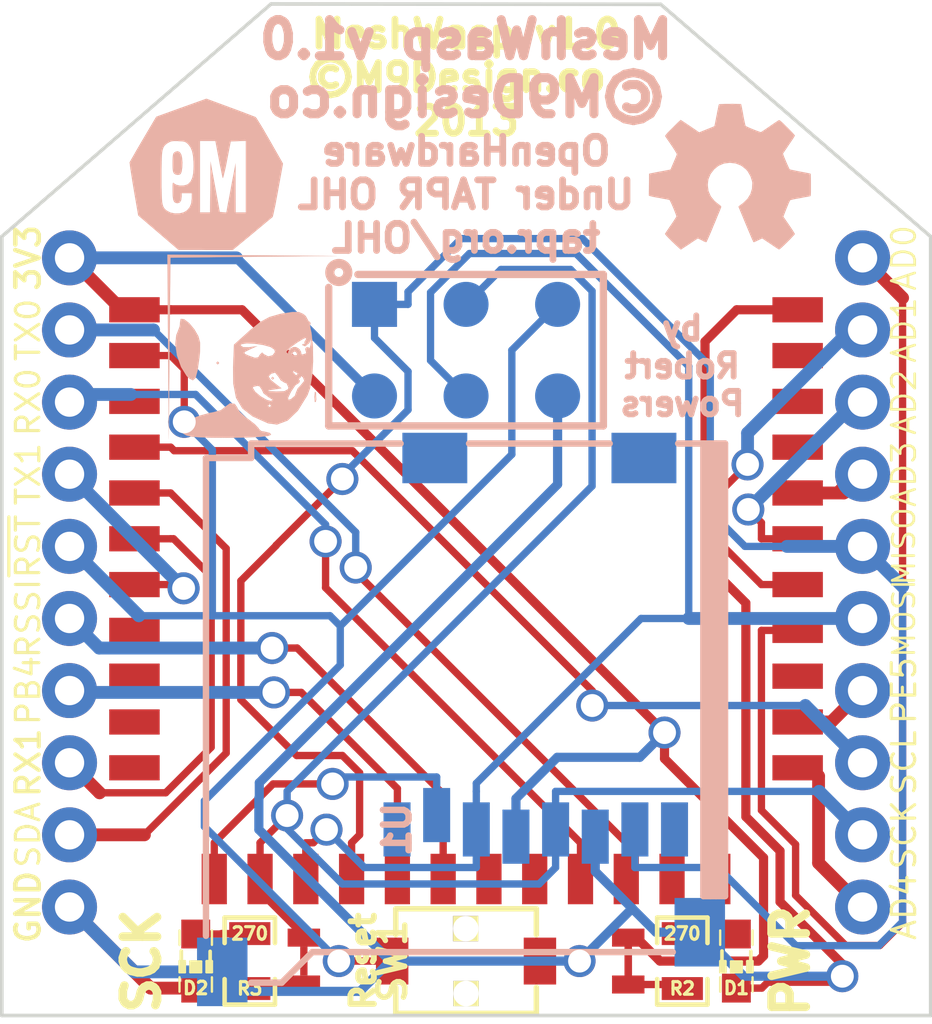
<source format=kicad_pcb>
(kicad_pcb (version 3) (host pcbnew "(2013-12-14 BZR 4555)-product")

  (general
    (links 44)
    (no_connects 0)
    (area 137.069999 92.646799 162.940001 121.228201)
    (thickness 1.6)
    (drawings 13)
    (tracks 302)
    (zones 0)
    (modules 14)
    (nets 41)
  )

  (page A4)
  (layers
    (15 F.Cu signal)
    (0 B.Cu signal)
    (16 B.Adhes user)
    (17 F.Adhes user)
    (18 B.Paste user)
    (19 F.Paste user)
    (20 B.SilkS user)
    (21 F.SilkS user)
    (22 B.Mask user hide)
    (23 F.Mask user hide)
    (24 Dwgs.User user)
    (25 Cmts.User user)
    (26 Eco1.User user)
    (27 Eco2.User user)
    (28 Edge.Cuts user)
  )

  (setup
    (last_trace_width 0.2032)
    (user_trace_width 0.2032)
    (user_trace_width 0.254)
    (user_trace_width 0.3556)
    (trace_clearance 0.2032)
    (zone_clearance 0.508)
    (zone_45_only yes)
    (trace_min 0.2032)
    (segment_width 0.2)
    (edge_width 0.2)
    (via_size 0.889)
    (via_drill 0.635)
    (via_min_size 0.889)
    (via_min_drill 0.508)
    (uvia_size 0.508)
    (uvia_drill 0.127)
    (uvias_allowed no)
    (uvia_min_size 0.508)
    (uvia_min_drill 0.127)
    (pcb_text_width 0.3)
    (pcb_text_size 1.5 1.5)
    (mod_edge_width 0.15)
    (mod_text_size 1.5 1.5)
    (mod_text_width 0.15)
    (pad_size 0.8 0.2032)
    (pad_drill 0)
    (pad_to_mask_clearance 0.2)
    (pad_to_paste_clearance_ratio -0.1)
    (aux_axis_origin 150 100)
    (grid_origin 150 100)
    (visible_elements FFFFCE3B)
    (pcbplotparams
      (layerselection 284983297)
      (usegerberextensions true)
      (excludeedgelayer true)
      (linewidth 0.150000)
      (plotframeref false)
      (viasonmask false)
      (mode 1)
      (useauxorigin true)
      (hpglpennumber 1)
      (hpglpenspeed 20)
      (hpglpendiameter 15)
      (hpglpenoverlay 2)
      (psnegative false)
      (psa4output false)
      (plotreference false)
      (plotvalue false)
      (plotothertext true)
      (plotinvisibletext false)
      (padsonsilk false)
      (subtractmaskfromsilk false)
      (outputformat 1)
      (mirror false)
      (drillshape 0)
      (scaleselection 1)
      (outputdirectory ../Resources/))
  )

  (net 0 "")
  (net 1 +3.3V)
  (net 2 GND)
  (net 3 MISO)
  (net 4 MOSI)
  (net 5 "Net-(D1-Pad1)")
  (net 6 "Net-(D2-Pad1)")
  (net 7 "Net-(MT1-Pad10)")
  (net 8 "Net-(MT1-Pad11)")
  (net 9 "Net-(MT1-Pad18)")
  (net 10 "Net-(MT1-Pad19)")
  (net 11 "Net-(MT1-Pad22)")
  (net 12 "Net-(MT1-Pad23)")
  (net 13 "Net-(MT1-Pad26)")
  (net 14 "Net-(MT1-Pad3)")
  (net 15 "Net-(MT1-Pad8)")
  (net 16 "Net-(MT1-Pad9)")
  (net 17 "Net-(R2-Pad1)")
  (net 18 "Net-(R3-Pad1)")
  (net 19 "Net-(U1-Pad1)")
  (net 20 "Net-(U1-Pad8)")
  (net 21 PB0/SS)
  (net 22 PB4)
  (net 23 PB5)
  (net 24 PE4)
  (net 25 PE5)
  (net 26 PF0)
  (net 27 PF1)
  (net 28 PF2)
  (net 29 PF3-4)
  (net 30 PF5)
  (net 31 PF6)
  (net 32 PF7)
  (net 33 RX0)
  (net 34 RX1)
  (net 35 Reset)
  (net 36 SCK)
  (net 37 SCL)
  (net 38 SDA)
  (net 39 TX0)
  (net 40 TX1)

  (net_class Default "This is the default net class."
    (clearance 0.2032)
    (trace_width 0.2032)
    (via_dia 0.889)
    (via_drill 0.635)
    (uvia_dia 0.508)
    (uvia_drill 0.127)
    (add_net "")
    (add_net +3.3V)
    (add_net GND)
    (add_net MISO)
    (add_net MOSI)
    (add_net "Net-(D1-Pad1)")
    (add_net "Net-(D2-Pad1)")
    (add_net "Net-(MT1-Pad10)")
    (add_net "Net-(MT1-Pad11)")
    (add_net "Net-(MT1-Pad18)")
    (add_net "Net-(MT1-Pad19)")
    (add_net "Net-(MT1-Pad22)")
    (add_net "Net-(MT1-Pad23)")
    (add_net "Net-(MT1-Pad26)")
    (add_net "Net-(MT1-Pad3)")
    (add_net "Net-(MT1-Pad8)")
    (add_net "Net-(MT1-Pad9)")
    (add_net "Net-(R2-Pad1)")
    (add_net "Net-(R3-Pad1)")
    (add_net "Net-(U1-Pad1)")
    (add_net "Net-(U1-Pad8)")
    (add_net PB0/SS)
    (add_net PB4)
    (add_net PB5)
    (add_net PE4)
    (add_net PE5)
    (add_net PF0)
    (add_net PF1)
    (add_net PF2)
    (add_net PF3-4)
    (add_net PF5)
    (add_net PF6)
    (add_net PF7)
    (add_net RX0)
    (add_net RX1)
    (add_net Reset)
    (add_net SCK)
    (add_net SCL)
    (add_net SDA)
    (add_net TX0)
    (add_net TX1)
  )

  (net_class 10mil ""
    (clearance 0.2032)
    (trace_width 0.254)
    (via_dia 0.889)
    (via_drill 0.635)
    (uvia_dia 0.508)
    (uvia_drill 0.127)
  )

  (net_class 12mil ""
    (clearance 0.2032)
    (trace_width 0.3048)
    (via_dia 0.889)
    (via_drill 0.635)
    (uvia_dia 0.508)
    (uvia_drill 0.127)
  )

  (net_class 14mil ""
    (clearance 0.2032)
    (trace_width 0.3556)
    (via_dia 0.889)
    (via_drill 0.635)
    (uvia_dia 0.508)
    (uvia_drill 0.127)
  )

  (module _MT_MeshThing:_MT_LED-0603 (layer F.Cu) (tedit 52604B33) (tstamp 52B7AE3E)
    (at 157.5 119.5 90)
    (descr "LED 0603 smd package")
    (tags "LED led 0603 SMD smd SMT smt smdled SMDLED smtled SMTLED")
    (path /51BB1536)
    (attr smd)
    (fp_text reference D1 (at -0.75 0 180) (layer F.SilkS)
      (effects (font (size 0.35 0.35) (thickness 0.0875)))
    )
    (fp_text value LED (at 0.75 0 180) (layer F.SilkS) hide
      (effects (font (size 0.35 0.35) (thickness 0.0875)))
    )
    (fp_line (start -0.11 0.08) (end -0.11 -0.07) (layer F.SilkS) (width 0.15))
    (fp_line (start -0.11 -0.07) (end -0.07 -0.08) (layer F.SilkS) (width 0.15))
    (fp_line (start -0.23 -0.08) (end -0.23 0.07) (layer F.SilkS) (width 0.15))
    (fp_line (start -0.26 0.38) (end -0.08 0.38) (layer F.SilkS) (width 0.15))
    (fp_line (start -0.26 -0.37) (end -0.08 -0.37) (layer F.SilkS) (width 0.15))
    (fp_line (start -0.29 -0.4) (end 0.28 -0.4) (layer F.SilkS) (width 0.1016))
    (fp_line (start -0.28 0.4) (end 0.27 0.4) (layer F.SilkS) (width 0.1016))
    (fp_line (start 0.44958 0.44958) (end 0.84836 0.44958) (layer F.SilkS) (width 0.06604))
    (fp_line (start 0.44958 -0.44958) (end 0.84836 -0.44958) (layer F.SilkS) (width 0.06604))
    (fp_line (start -0.84836 0.44958) (end -0.44958 0.44958) (layer F.SilkS) (width 0.06604))
    (fp_line (start -0.84836 -0.44958) (end -0.44958 -0.44958) (layer F.SilkS) (width 0.06604))
    (fp_line (start 0 -0.44958) (end 0 -0.29972) (layer F.SilkS) (width 0.06604))
    (fp_line (start -0.31 -0.29972) (end -0.01028 -0.29972) (layer F.SilkS) (width 0.06604))
    (fp_line (start -0.31028 -0.44958) (end -0.31028 -0.29972) (layer F.SilkS) (width 0.06604))
    (fp_line (start -0.31 -0.44958) (end -0.01028 -0.44958) (layer F.SilkS) (width 0.06604))
    (fp_line (start 0 0.29972) (end 0 0.44958) (layer F.SilkS) (width 0.06604))
    (fp_line (start -0.31 0.44958) (end -0.01028 0.44958) (layer F.SilkS) (width 0.06604))
    (fp_line (start -0.31028 0.29972) (end -0.31028 0.44958) (layer F.SilkS) (width 0.06604))
    (fp_line (start -0.31 0.29972) (end -0.01028 0.29972) (layer F.SilkS) (width 0.06604))
    (fp_line (start -0.31 -0.14986) (end -0.31 0.14986) (layer F.SilkS) (width 0.06604))
    (fp_line (start -0.31 0.14986) (end -0.01028 0.14986) (layer F.SilkS) (width 0.06604))
    (fp_line (start -0.01028 -0.14986) (end -0.01028 0.14986) (layer F.SilkS) (width 0.06604))
    (fp_line (start -0.31 -0.14986) (end -0.01028 -0.14986) (layer F.SilkS) (width 0.06604))
    (pad 1 smd rect (at 0.75 0 90) (size 0.8 0.8) (layers F.Cu F.Paste F.Mask)
      (net 5 "Net-(D1-Pad1)"))
    (pad 2 smd rect (at -0.75 0 90) (size 0.8 0.8) (layers F.Cu F.Paste F.Mask)
      (net 2 GND))
  )

  (module _MT_MeshThing:_MT_LED-0603 (layer F.Cu) (tedit 52604B33) (tstamp 52B7AE5B)
    (at 142.5 119.5 90)
    (descr "LED 0603 smd package")
    (tags "LED led 0603 SMD smd SMT smt smdled SMDLED smtled SMTLED")
    (path /51D4C39D)
    (attr smd)
    (fp_text reference D2 (at -0.75 0 180) (layer F.SilkS)
      (effects (font (size 0.35 0.35) (thickness 0.0875)))
    )
    (fp_text value LED (at 0.75 0 180) (layer F.SilkS) hide
      (effects (font (size 0.35 0.35) (thickness 0.0875)))
    )
    (fp_line (start -0.11 0.08) (end -0.11 -0.07) (layer F.SilkS) (width 0.15))
    (fp_line (start -0.11 -0.07) (end -0.07 -0.08) (layer F.SilkS) (width 0.15))
    (fp_line (start -0.23 -0.08) (end -0.23 0.07) (layer F.SilkS) (width 0.15))
    (fp_line (start -0.26 0.38) (end -0.08 0.38) (layer F.SilkS) (width 0.15))
    (fp_line (start -0.26 -0.37) (end -0.08 -0.37) (layer F.SilkS) (width 0.15))
    (fp_line (start -0.29 -0.4) (end 0.28 -0.4) (layer F.SilkS) (width 0.1016))
    (fp_line (start -0.28 0.4) (end 0.27 0.4) (layer F.SilkS) (width 0.1016))
    (fp_line (start 0.44958 0.44958) (end 0.84836 0.44958) (layer F.SilkS) (width 0.06604))
    (fp_line (start 0.44958 -0.44958) (end 0.84836 -0.44958) (layer F.SilkS) (width 0.06604))
    (fp_line (start -0.84836 0.44958) (end -0.44958 0.44958) (layer F.SilkS) (width 0.06604))
    (fp_line (start -0.84836 -0.44958) (end -0.44958 -0.44958) (layer F.SilkS) (width 0.06604))
    (fp_line (start 0 -0.44958) (end 0 -0.29972) (layer F.SilkS) (width 0.06604))
    (fp_line (start -0.31 -0.29972) (end -0.01028 -0.29972) (layer F.SilkS) (width 0.06604))
    (fp_line (start -0.31028 -0.44958) (end -0.31028 -0.29972) (layer F.SilkS) (width 0.06604))
    (fp_line (start -0.31 -0.44958) (end -0.01028 -0.44958) (layer F.SilkS) (width 0.06604))
    (fp_line (start 0 0.29972) (end 0 0.44958) (layer F.SilkS) (width 0.06604))
    (fp_line (start -0.31 0.44958) (end -0.01028 0.44958) (layer F.SilkS) (width 0.06604))
    (fp_line (start -0.31028 0.29972) (end -0.31028 0.44958) (layer F.SilkS) (width 0.06604))
    (fp_line (start -0.31 0.29972) (end -0.01028 0.29972) (layer F.SilkS) (width 0.06604))
    (fp_line (start -0.31 -0.14986) (end -0.31 0.14986) (layer F.SilkS) (width 0.06604))
    (fp_line (start -0.31 0.14986) (end -0.01028 0.14986) (layer F.SilkS) (width 0.06604))
    (fp_line (start -0.01028 -0.14986) (end -0.01028 0.14986) (layer F.SilkS) (width 0.06604))
    (fp_line (start -0.31 -0.14986) (end -0.01028 -0.14986) (layer F.SilkS) (width 0.06604))
    (pad 1 smd rect (at 0.75 0 90) (size 0.8 0.8) (layers F.Cu F.Paste F.Mask)
      (net 6 "Net-(D2-Pad1)"))
    (pad 2 smd rect (at -0.75 0 90) (size 0.8 0.8) (layers F.Cu F.Paste F.Mask)
      (net 2 GND))
  )

  (module _MW_MeshWasp:_MT_CanFootprint-34Pin (layer F.Cu) (tedit 52B7AD0A) (tstamp 52CCB53F)
    (at 150 105.25)
    (path /52B798AE)
    (fp_text reference MT1 (at 0 -5) (layer F.SilkS) hide
      (effects (font (size 1.5 1.5) (thickness 0.15)))
    )
    (fp_text value MESHTHING (at 0 -2.5) (layer F.SilkS) hide
      (effects (font (size 1.5 1.5) (thickness 0.15)))
    )
    (fp_text user Keepout (at 0 -10) (layer F.SilkS) hide
      (effects (font (size 1.5 1.5) (thickness 0.15)))
    )
    (fp_line (start -9 -7.5) (end -7.5 -12) (layer Eco1.User) (width 0.15))
    (fp_line (start -7.5 -12) (end -6 -7.5) (layer Eco1.User) (width 0.15))
    (fp_line (start -6 -7.5) (end -4.5 -12) (layer Eco1.User) (width 0.15))
    (fp_line (start -4.5 -12) (end -3 -7.5) (layer Eco1.User) (width 0.15))
    (fp_line (start -3 -7.5) (end -1.5 -12) (layer Eco1.User) (width 0.15))
    (fp_line (start -1.5 -12) (end 0 -7.5) (layer Eco1.User) (width 0.15))
    (fp_line (start 0 -7.5) (end 1.5 -12) (layer Eco1.User) (width 0.15))
    (fp_line (start 1.5 -12) (end 3 -7.5) (layer Eco1.User) (width 0.15))
    (fp_line (start 3 -7.5) (end 4.5 -12) (layer Eco1.User) (width 0.15))
    (fp_line (start 4.5 -12) (end 6 -7.5) (layer Eco1.User) (width 0.15))
    (fp_line (start 6 -7.5) (end 7.5 -12) (layer Eco1.User) (width 0.15))
    (fp_line (start 7.5 -12) (end 9 -7.5) (layer Eco1.User) (width 0.15))
    (fp_line (start -9.55 -7.06) (end 9.55 -7.06) (layer Eco1.User) (width 0.15))
    (fp_line (start -9.55 12.325) (end -9.55 -12.325) (layer Cmts.User) (width 0.15))
    (fp_line (start -7.8 -12.325) (end 7.8 -12.325) (layer Cmts.User) (width 0.15))
    (fp_line (start 9.55 -12.325) (end 9.55 12.325) (layer Cmts.User) (width 0.15))
    (fp_line (start -7.8 12.325) (end 7.8 12.325) (layer Cmts.User) (width 0.15))
    (pad 23 smd rect (at 6.985 12.325) (size 0.7 1.4) (drill (offset 0 -0.35)) (layers F.Cu F.Paste F.Mask)
      (net 12 "Net-(MT1-Pad23)"))
    (pad 22 smd rect (at 5.715 12.325) (size 0.7 1.4) (drill (offset 0 -0.35)) (layers F.Cu F.Paste F.Mask)
      (net 11 "Net-(MT1-Pad22)"))
    (pad 1 smd rect (at -9.55 -3.81) (size 1.4 0.7) (drill (offset 0.35 0)) (layers F.Cu F.Paste F.Mask)
      (net 1 +3.3V))
    (pad 11 smd trapezoid (at -9.55 8.89) (size 1.4 0.7) (drill (offset 0.35 0)) (layers F.Cu F.Paste F.Mask)
      (net 8 "Net-(MT1-Pad11)"))
    (pad 2 smd rect (at -9.55 -2.54) (size 1.4 0.7) (drill (offset 0.35 0)) (layers F.Cu F.Paste F.Mask)
      (net 35 Reset))
    (pad 3 smd trapezoid (at -9.55 -1.27) (size 1.4 0.7) (drill (offset 0.35 0)) (layers F.Cu F.Paste F.Mask)
      (net 14 "Net-(MT1-Pad3)"))
    (pad 4 smd trapezoid (at -9.55 0) (size 1.4 0.7) (drill (offset 0.35 0)) (layers F.Cu F.Paste F.Mask)
      (net 37 SCL))
    (pad 5 smd trapezoid (at -9.55 1.27) (size 1.4 0.7) (drill (offset 0.35 0)) (layers F.Cu F.Paste F.Mask)
      (net 38 SDA))
    (pad 6 smd trapezoid (at -9.55 2.54) (size 1.4 0.7) (drill (offset 0.35 0)) (layers F.Cu F.Paste F.Mask)
      (net 34 RX1))
    (pad 7 smd trapezoid (at -9.55 3.81) (size 1.4 0.7) (drill (offset 0.35 0)) (layers F.Cu F.Paste F.Mask)
      (net 40 TX1))
    (pad 8 smd trapezoid (at -9.55 5.08) (size 1.4 0.7) (drill (offset 0.35 0)) (layers F.Cu F.Paste F.Mask)
      (net 15 "Net-(MT1-Pad8)"))
    (pad 9 smd trapezoid (at -9.55 6.35) (size 1.4 0.7) (drill (offset 0.35 0)) (layers F.Cu F.Paste F.Mask)
      (net 16 "Net-(MT1-Pad9)"))
    (pad 10 smd trapezoid (at -9.55 7.62) (size 1.4 0.7) (drill (offset 0.35 0)) (layers F.Cu F.Paste F.Mask)
      (net 7 "Net-(MT1-Pad10)"))
    (pad 12 smd rect (at -6.985 12.325) (size 0.7 1.4) (drill (offset 0 -0.35)) (layers F.Cu F.Paste F.Mask)
      (net 21 PB0/SS))
    (pad 13 smd rect (at -5.715 12.325) (size 0.7 1.4) (drill (offset 0 -0.35)) (layers F.Cu F.Paste F.Mask)
      (net 36 SCK))
    (pad 14 smd rect (at -4.445 12.325) (size 0.7 1.4) (drill (offset 0 -0.35)) (layers F.Cu F.Paste F.Mask)
      (net 4 MOSI))
    (pad 15 smd rect (at -3.175 12.325) (size 0.7 1.4) (drill (offset 0 -0.35)) (layers F.Cu F.Paste F.Mask)
      (net 3 MISO))
    (pad 16 smd rect (at -1.905 12.325) (size 0.7 1.4) (drill (offset 0 -0.35)) (layers F.Cu F.Paste F.Mask)
      (net 22 PB4))
    (pad 17 smd rect (at -0.635 12.325) (size 0.7 1.4) (drill (offset 0 -0.35)) (layers F.Cu F.Paste F.Mask)
      (net 23 PB5))
    (pad 18 smd rect (at 0.635 12.325) (size 0.7 1.4) (drill (offset 0 -0.35)) (layers F.Cu F.Paste F.Mask)
      (net 9 "Net-(MT1-Pad18)"))
    (pad 19 smd rect (at 1.905 12.325) (size 0.7 1.4) (drill (offset 0 -0.35)) (layers F.Cu F.Paste F.Mask)
      (net 10 "Net-(MT1-Pad19)"))
    (pad 20 smd rect (at 3.175 12.325) (size 0.7 1.4) (drill (offset 0 -0.35)) (layers F.Cu F.Paste F.Mask)
      (net 33 RX0))
    (pad 21 smd rect (at 4.445 12.325) (size 0.7 1.4) (drill (offset 0 -0.35)) (layers F.Cu F.Paste F.Mask)
      (net 39 TX0))
    (pad 34 smd rect (at 9.55 -3.81) (size 1.4 0.7) (drill (offset -0.35 0)) (layers F.Cu F.Paste F.Mask)
      (net 2 GND))
    (pad 24 smd rect (at 9.55 8.89) (size 1.4 0.7) (drill (offset -0.35 0)) (layers F.Cu F.Paste F.Mask)
      (net 24 PE4))
    (pad 25 smd rect (at 9.55 7.62) (size 1.4 0.7) (drill (offset -0.35 0)) (layers F.Cu F.Paste F.Mask)
      (net 25 PE5))
    (pad 26 smd rect (at 9.55 6.35) (size 1.4 0.7) (drill (offset -0.35 0)) (layers F.Cu F.Paste F.Mask)
      (net 13 "Net-(MT1-Pad26)"))
    (pad 27 smd rect (at 9.55 5.08) (size 1.4 0.7) (drill (offset -0.35 0)) (layers F.Cu F.Paste F.Mask)
      (net 26 PF0))
    (pad 28 smd rect (at 9.55 3.81) (size 1.4 0.7) (drill (offset -0.35 0)) (layers F.Cu F.Paste F.Mask)
      (net 27 PF1))
    (pad 29 smd rect (at 9.55 2.54) (size 1.4 0.7) (drill (offset -0.35 0)) (layers F.Cu F.Paste F.Mask)
      (net 28 PF2))
    (pad 30 smd rect (at 9.55 1.27) (size 1.4 0.7) (drill (offset -0.35 0)) (layers F.Cu F.Paste F.Mask)
      (net 29 PF3-4))
    (pad 31 smd rect (at 9.55 0) (size 1.4 0.7) (drill (offset -0.35 0)) (layers F.Cu F.Paste F.Mask)
      (net 30 PF5))
    (pad 32 smd rect (at 9.55 -1.27) (size 1.4 0.7) (drill (offset -0.35 0)) (layers F.Cu F.Paste F.Mask)
      (net 31 PF6))
    (pad 33 smd rect (at 9.55 -2.54) (size 1.4 0.7) (drill (offset -0.35 0)) (layers F.Cu F.Paste F.Mask)
      (net 32 PF7))
  )

  (module _MT_MeshThing:_MT_SM0603_Resistor (layer F.Cu) (tedit 51D14923) (tstamp 52B7AEB0)
    (at 156 119.5 90)
    (path /51BB1522)
    (attr smd)
    (fp_text reference R2 (at -0.762 0 180) (layer F.SilkS)
      (effects (font (size 0.35 0.35) (thickness 0.0875)))
    )
    (fp_text value 270 (at 0.762 0 180) (layer F.SilkS)
      (effects (font (size 0.35 0.35) (thickness 0.0875)))
    )
    (fp_line (start -0.50038 -0.6985) (end -1.2065 -0.6985) (layer F.SilkS) (width 0.127))
    (fp_line (start -1.2065 -0.6985) (end -1.2065 0.6985) (layer F.SilkS) (width 0.127))
    (fp_line (start -1.2065 0.6985) (end -0.50038 0.6985) (layer F.SilkS) (width 0.127))
    (fp_line (start 1.2065 -0.6985) (end 0.50038 -0.6985) (layer F.SilkS) (width 0.127))
    (fp_line (start 1.2065 -0.6985) (end 1.2065 0.6985) (layer F.SilkS) (width 0.127))
    (fp_line (start 1.2065 0.6985) (end 0.50038 0.6985) (layer F.SilkS) (width 0.127))
    (pad 1 smd rect (at -0.762 0 90) (size 0.635 1.143) (layers F.Cu F.Paste F.Mask)
      (net 17 "Net-(R2-Pad1)"))
    (pad 2 smd rect (at 0.762 0 90) (size 0.635 1.143) (layers F.Cu F.Paste F.Mask)
      (net 5 "Net-(D1-Pad1)"))
    (model smd\resistors\R0603.wrl
      (at (xyz 0 0 0.001))
      (scale (xyz 0.5 0.5 0.5))
      (rotate (xyz 0 0 0))
    )
  )

  (module _MT_MeshThing:_MT_SM0603_Resistor (layer F.Cu) (tedit 51D14923) (tstamp 52B7AEBC)
    (at 144 119.5 90)
    (path /51D4C38E)
    (attr smd)
    (fp_text reference R3 (at -0.762 0 180) (layer F.SilkS)
      (effects (font (size 0.35 0.35) (thickness 0.0875)))
    )
    (fp_text value 270 (at 0.762 0 180) (layer F.SilkS)
      (effects (font (size 0.35 0.35) (thickness 0.0875)))
    )
    (fp_line (start -0.50038 -0.6985) (end -1.2065 -0.6985) (layer F.SilkS) (width 0.127))
    (fp_line (start -1.2065 -0.6985) (end -1.2065 0.6985) (layer F.SilkS) (width 0.127))
    (fp_line (start -1.2065 0.6985) (end -0.50038 0.6985) (layer F.SilkS) (width 0.127))
    (fp_line (start 1.2065 -0.6985) (end 0.50038 -0.6985) (layer F.SilkS) (width 0.127))
    (fp_line (start 1.2065 -0.6985) (end 1.2065 0.6985) (layer F.SilkS) (width 0.127))
    (fp_line (start 1.2065 0.6985) (end 0.50038 0.6985) (layer F.SilkS) (width 0.127))
    (pad 1 smd rect (at -0.762 0 90) (size 0.635 1.143) (layers F.Cu F.Paste F.Mask)
      (net 18 "Net-(R3-Pad1)"))
    (pad 2 smd rect (at 0.762 0 90) (size 0.635 1.143) (layers F.Cu F.Paste F.Mask)
      (net 6 "Net-(D2-Pad1)"))
    (model smd\resistors\R0603.wrl
      (at (xyz 0 0 0.001))
      (scale (xyz 0.5 0.5 0.5))
      (rotate (xyz 0 0 0))
    )
  )

  (module _MT_MeshThing:_MT_TC007-TactileSwitch (layer F.Cu) (tedit 525F43A8) (tstamp 52B7AED8)
    (at 150 119.5)
    (path /51BB1BEA)
    (fp_text reference SW1 (at -2.04 0 90) (layer F.SilkS)
      (effects (font (size 0.75 0.75) (thickness 0.15)))
    )
    (fp_text value RST (at -0.01 -2.42) (layer F.SilkS) hide
      (effects (font (size 1.5 1.5) (thickness 0.15)))
    )
    (fp_line (start -1.95 1.45) (end -1.95 0.73) (layer F.SilkS) (width 0.15))
    (fp_line (start 1.95 1.45) (end 1.95 0.73) (layer F.SilkS) (width 0.15))
    (fp_line (start -1.95 1.45) (end 1.95 1.45) (layer F.SilkS) (width 0.15))
    (fp_line (start -1.95 -1.44) (end -1.95 -0.73) (layer F.SilkS) (width 0.15))
    (fp_line (start -1.95 -1.45) (end 1.95 -1.45) (layer F.SilkS) (width 0.15))
    (fp_line (start 1.95 -1.45) (end 1.95 -0.73) (layer F.SilkS) (width 0.15))
    (pad 1 smd rect (at -2.05 0) (size 0.9 1.3) (layers F.Cu F.Paste F.Mask)
      (net 35 Reset))
    (pad 2 smd rect (at 2.05 0) (size 0.9 1.3) (layers F.Cu F.Paste F.Mask)
      (net 2 GND))
    (pad "" thru_hole rect (at 0 0.9) (size 0.7 0.7) (drill 0.7) (layers *.Cu *.Mask F.SilkS))
    (pad "" thru_hole rect (at -0.01 -0.9) (size 0.7 0.7) (drill 0.7) (layers *.Cu *.Mask F.SilkS))
  )

  (module _MW_MeshWasp:_MC_pin_pad_3x2 (layer B.Cu) (tedit 52B7B611) (tstamp 52B7CF36)
    (at 150 102.56)
    (descr "Double rangee de contacts 2 x 4 pins")
    (tags CONN)
    (path /51BE9A19)
    (fp_text reference H2 (at 0 3.81) (layer B.SilkS) hide
      (effects (font (size 1.016 1.016) (thickness 0.2032)) (justify mirror))
    )
    (fp_text value ICSP (at 0 -3.81) (layer B.SilkS) hide
      (effects (font (size 1.016 1.016) (thickness 0.2032)) (justify mirror))
    )
    (fp_text user ICSP (at -4.6 0 270) (layer B.SilkS)
      (effects (font (size 0.5 0.5) (thickness 0.125)) (justify mirror))
    )
    (fp_line (start -3.81 2.1) (end -3.81 -1.74) (layer B.SilkS) (width 0.2032))
    (fp_line (start 3.81 -2.1) (end -3 -2.1) (layer B.SilkS) (width 0.2032))
    (fp_circle (center -3.53 -2.154) (end -3.78 -2.154) (layer B.SilkS) (width 0.254))
    (fp_line (start -3.81 2.1) (end 3.81 2.1) (layer B.SilkS) (width 0.2032))
    (fp_line (start 3.81 2.1) (end 3.81 -2.1) (layer B.SilkS) (width 0.2032))
    (pad 1 smd rect (at -2.54 -1.27) (size 1.25 1.25) (layers B.Cu B.Mask)
      (net 3 MISO))
    (pad 2 smd circle (at -2.54 1.27) (size 1.25 1.25) (layers B.Cu B.Mask)
      (net 1 +3.3V))
    (pad 3 smd circle (at 0 -1.27) (size 1.25 1.25) (layers B.Cu B.Mask)
      (net 36 SCK))
    (pad 4 smd circle (at 0 1.27) (size 1.25 1.25) (layers B.Cu B.Mask)
      (net 4 MOSI))
    (pad 5 smd circle (at 2.54 -1.27) (size 1.25 1.25) (layers B.Cu B.Mask)
      (net 35 Reset))
    (pad 6 smd circle (at 2.54 1.27) (size 1.25 1.25) (layers B.Cu B.Mask)
      (net 2 GND))
    (model pin_array/pins_array_3x2.wrl
      (at (xyz 0 0 0))
      (scale (xyz 1 1 1))
      (rotate (xyz 0 0 0))
    )
  )

  (module _MT_OHW_LOGO:LOGO (layer B.Cu) (tedit 52B84407) (tstamp 52B842EE)
    (at 157.32 97.75)
    (fp_text reference G1 (at 0 -2.38506) (layer B.SilkS) hide
      (effects (font (size 0.2032 0.2032) (thickness 0.04064)) (justify mirror))
    )
    (fp_text value LOGO (at 0 2.38506) (layer B.SilkS) hide
      (effects (font (size 0.2032 0.2032) (thickness 0.04064)) (justify mirror))
    )
    (fp_poly (pts (xy -1.36398 2.0193) (xy -1.33858 2.00914) (xy -1.28778 1.97358) (xy -1.21158 1.92532)
      (xy -1.12268 1.8669) (xy -1.03378 1.80594) (xy -0.96012 1.75768) (xy -0.90932 1.72466)
      (xy -0.889 1.71196) (xy -0.8763 1.71704) (xy -0.83312 1.73736) (xy -0.77216 1.76784)
      (xy -0.7366 1.78816) (xy -0.68072 1.81102) (xy -0.65278 1.8161) (xy -0.6477 1.80848)
      (xy -0.62738 1.7653) (xy -0.59436 1.69164) (xy -0.55118 1.59512) (xy -0.50292 1.48082)
      (xy -0.45212 1.35636) (xy -0.39878 1.2319) (xy -0.35052 1.11252) (xy -0.3048 1.0033)
      (xy -0.26924 0.91694) (xy -0.24638 0.85598) (xy -0.23876 0.82804) (xy -0.2413 0.82296)
      (xy -0.26924 0.79502) (xy -0.3175 0.75946) (xy -0.42418 0.6731) (xy -0.53086 0.54102)
      (xy -0.59436 0.3937) (xy -0.61468 0.22606) (xy -0.5969 0.07366) (xy -0.53594 -0.07366)
      (xy -0.43434 -0.20574) (xy -0.30988 -0.3048) (xy -0.16256 -0.36576) (xy 0 -0.38608)
      (xy 0.15494 -0.3683) (xy 0.30734 -0.30988) (xy 0.43942 -0.20828) (xy 0.4953 -0.14478)
      (xy 0.5715 -0.01016) (xy 0.61722 0.13208) (xy 0.6223 0.17018) (xy 0.61468 0.32766)
      (xy 0.56896 0.48006) (xy 0.48514 0.61468) (xy 0.3683 0.72644) (xy 0.3556 0.7366)
      (xy 0.29972 0.77724) (xy 0.26416 0.80518) (xy 0.23622 0.82804) (xy 0.43688 1.31064)
      (xy 0.4699 1.38938) (xy 0.52578 1.52146) (xy 0.57404 1.63576) (xy 0.61214 1.72466)
      (xy 0.64008 1.78562) (xy 0.65024 1.81102) (xy 0.65278 1.81102) (xy 0.67056 1.8161)
      (xy 0.70612 1.80086) (xy 0.7747 1.76784) (xy 0.82042 1.74498) (xy 0.87122 1.72212)
      (xy 0.89408 1.71196) (xy 0.9144 1.72212) (xy 0.96266 1.75514) (xy 1.03378 1.8034)
      (xy 1.12268 1.86182) (xy 1.20396 1.9177) (xy 1.28016 1.9685) (xy 1.33604 2.00406)
      (xy 1.36144 2.01676) (xy 1.36652 2.01676) (xy 1.38938 2.00406) (xy 1.43256 1.9685)
      (xy 1.4986 1.905) (xy 1.59258 1.81356) (xy 1.60782 1.79832) (xy 1.68402 1.72212)
      (xy 1.74498 1.65608) (xy 1.78816 1.61036) (xy 1.8034 1.5875) (xy 1.8034 1.5875)
      (xy 1.78816 1.5621) (xy 1.75514 1.50622) (xy 1.70434 1.43002) (xy 1.64338 1.33858)
      (xy 1.48336 1.10744) (xy 1.56972 0.88646) (xy 1.59766 0.82042) (xy 1.63068 0.7366)
      (xy 1.65862 0.67818) (xy 1.67132 0.65278) (xy 1.69418 0.64516) (xy 1.75514 0.62992)
      (xy 1.8415 0.61214) (xy 1.94564 0.59436) (xy 2.0447 0.57404) (xy 2.1336 0.5588)
      (xy 2.19964 0.5461) (xy 2.22758 0.54102) (xy 2.2352 0.53594) (xy 2.24028 0.5207)
      (xy 2.24536 0.49022) (xy 2.2479 0.43688) (xy 2.2479 0.35052) (xy 2.2479 0.22606)
      (xy 2.2479 0.21336) (xy 2.2479 0.09398) (xy 2.24536 0) (xy 2.24282 -0.05842)
      (xy 2.23774 -0.08382) (xy 2.23774 -0.08382) (xy 2.2098 -0.09144) (xy 2.1463 -0.10414)
      (xy 2.0574 -0.12192) (xy 1.95072 -0.14224) (xy 1.9431 -0.14224) (xy 1.83642 -0.1651)
      (xy 1.74752 -0.18288) (xy 1.68656 -0.19558) (xy 1.65862 -0.20574) (xy 1.65354 -0.21336)
      (xy 1.63322 -0.254) (xy 1.60274 -0.32004) (xy 1.56718 -0.40132) (xy 1.53162 -0.48514)
      (xy 1.50114 -0.5588) (xy 1.48082 -0.61468) (xy 1.47574 -0.64008) (xy 1.47574 -0.64262)
      (xy 1.49098 -0.66802) (xy 1.52908 -0.72136) (xy 1.57988 -0.79756) (xy 1.64084 -0.889)
      (xy 1.64592 -0.89662) (xy 1.70688 -0.98552) (xy 1.75768 -1.06172) (xy 1.7907 -1.1176)
      (xy 1.8034 -1.14046) (xy 1.8034 -1.143) (xy 1.78308 -1.1684) (xy 1.73736 -1.2192)
      (xy 1.67132 -1.28778) (xy 1.59258 -1.36906) (xy 1.56718 -1.39192) (xy 1.48082 -1.47828)
      (xy 1.41986 -1.53416) (xy 1.38176 -1.56464) (xy 1.36398 -1.56972) (xy 1.36144 -1.56972)
      (xy 1.33604 -1.55448) (xy 1.27762 -1.51638) (xy 1.20142 -1.46558) (xy 1.10998 -1.40208)
      (xy 1.1049 -1.397) (xy 1.01346 -1.33604) (xy 0.9398 -1.28524) (xy 0.88646 -1.25222)
      (xy 0.8636 -1.23698) (xy 0.85852 -1.23698) (xy 0.82296 -1.24714) (xy 0.75692 -1.27)
      (xy 0.67818 -1.30048) (xy 0.5969 -1.3335) (xy 0.5207 -1.36652) (xy 0.46482 -1.39192)
      (xy 0.43688 -1.40716) (xy 0.43688 -1.40716) (xy 0.42672 -1.44018) (xy 0.41148 -1.50876)
      (xy 0.39116 -1.6002) (xy 0.37084 -1.70942) (xy 0.3683 -1.7272) (xy 0.34798 -1.83642)
      (xy 0.3302 -1.92532) (xy 0.3175 -1.98628) (xy 0.31242 -2.01168) (xy 0.29718 -2.01422)
      (xy 0.24384 -2.01676) (xy 0.1651 -2.0193) (xy 0.06604 -2.02184) (xy -0.03302 -2.0193)
      (xy -0.13208 -2.0193) (xy -0.21844 -2.01422) (xy -0.2794 -2.01168) (xy -0.3048 -2.0066)
      (xy -0.3048 -2.00406) (xy -0.31496 -1.97104) (xy -0.32766 -1.905) (xy -0.34798 -1.81102)
      (xy -0.3683 -1.69926) (xy -0.37338 -1.68148) (xy -0.3937 -1.5748) (xy -0.41148 -1.4859)
      (xy -0.42418 -1.42494) (xy -0.42926 -1.40208) (xy -0.43942 -1.397) (xy -0.48514 -1.37668)
      (xy -0.55626 -1.34874) (xy -0.64516 -1.31318) (xy -0.8509 -1.22936) (xy -1.10236 -1.40208)
      (xy -1.12522 -1.41732) (xy -1.21666 -1.47828) (xy -1.29286 -1.52908) (xy -1.34366 -1.5621)
      (xy -1.36398 -1.5748) (xy -1.36652 -1.5748) (xy -1.39192 -1.55194) (xy -1.44272 -1.50622)
      (xy -1.5113 -1.43764) (xy -1.59004 -1.3589) (xy -1.64846 -1.30048) (xy -1.71958 -1.22936)
      (xy -1.76276 -1.1811) (xy -1.78562 -1.15062) (xy -1.79578 -1.13284) (xy -1.79324 -1.12014)
      (xy -1.778 -1.09474) (xy -1.7399 -1.03886) (xy -1.68656 -0.96266) (xy -1.6256 -0.87376)
      (xy -1.5748 -0.79756) (xy -1.52146 -0.71374) (xy -1.4859 -0.65278) (xy -1.4732 -0.62484)
      (xy -1.47574 -0.61214) (xy -1.49352 -0.56134) (xy -1.524 -0.48768) (xy -1.5621 -0.39878)
      (xy -1.64846 -0.19812) (xy -1.78054 -0.17272) (xy -1.85928 -0.15748) (xy -1.97104 -0.13716)
      (xy -2.07772 -0.11684) (xy -2.24282 -0.08382) (xy -2.2479 0.52324) (xy -2.2225 0.53594)
      (xy -2.19964 0.54102) (xy -2.13614 0.55626) (xy -2.04978 0.57404) (xy -1.94564 0.59182)
      (xy -1.85674 0.6096) (xy -1.76784 0.62484) (xy -1.70434 0.63754) (xy -1.6764 0.64516)
      (xy -1.66878 0.65278) (xy -1.64846 0.69596) (xy -1.61544 0.76454) (xy -1.57988 0.84836)
      (xy -1.54432 0.93218) (xy -1.51384 1.01092) (xy -1.49098 1.07188) (xy -1.48336 1.10236)
      (xy -1.49606 1.12522) (xy -1.52908 1.17856) (xy -1.57734 1.25222) (xy -1.6383 1.34112)
      (xy -1.69926 1.43002) (xy -1.75006 1.50622) (xy -1.78562 1.55956) (xy -1.80086 1.58496)
      (xy -1.79324 1.6002) (xy -1.75768 1.64338) (xy -1.69164 1.71196) (xy -1.59258 1.81102)
      (xy -1.5748 1.82626) (xy -1.49606 1.90246) (xy -1.43002 1.96342) (xy -1.3843 2.00406)
      (xy -1.36398 2.0193)) (layer B.SilkS) (width 0.00254))
  )

  (module _MT_LOGO1:LOGO (layer B.Cu) (tedit 52B84410) (tstamp 52B84D1A)
    (at 144 102.45)
    (fp_text reference G2 (at 0 -3.302) (layer B.SilkS) hide
      (effects (font (thickness 0.3048)) (justify mirror))
    )
    (fp_text value LOGO (at 0 3.302) (layer B.SilkS) hide
      (effects (font (thickness 0.3048)) (justify mirror))
    )
    (fp_poly (pts (xy 2.413 -2.5019) (xy 0.10668 -2.47904) (xy -2.19964 -2.45364) (xy -2.22504 0.0635)
      (xy -2.2479 2.58064) (xy -2.26822 0.02032) (xy -2.286 -2.54) (xy 0.0635 -2.52222)
      (xy 2.413 -2.5019) (xy 2.413 -2.5019)) (layer B.SilkS) (width 0.00254))
    (fp_poly (pts (xy 0.59182 2.45364) (xy 0.51054 2.4892) (xy 0.27432 2.51714) (xy -0.09652 2.53238)
      (xy -0.58166 2.54) (xy -1.0541 2.53746) (xy -1.38684 2.5273) (xy -1.61036 2.50952)
      (xy -1.75514 2.4765) (xy -1.84912 2.42316) (xy -1.905 2.36982) (xy -1.98882 2.26568)
      (xy -1.9812 2.19456) (xy -1.86182 2.11582) (xy -1.67386 2.032) (xy -1.3843 1.92278)
      (xy -1.10236 1.84658) (xy -1.016 1.83134) (xy -0.80264 1.77292) (xy -0.66802 1.66878)
      (xy -0.66548 1.66624) (xy -0.54864 1.57988) (xy -0.41402 1.6002) (xy -0.34036 1.70942)
      (xy -0.34036 1.72212) (xy -0.27432 1.82626) (xy -0.1143 1.97104) (xy -0.04318 2.0193)
      (xy 0.1397 2.16154) (xy 0.24384 2.27076) (xy 0.254 2.29616) (xy 0.32258 2.35458)
      (xy 0.42164 2.36982) (xy 0.5588 2.40538) (xy 0.59182 2.45364) (xy 0.59182 2.45364)) (layer B.SilkS) (width 0.00254))
    (fp_poly (pts (xy 1.75768 0.42418) (xy 1.73228 0.82042) (xy 1.6891 1.07188) (xy 1.6891 -0.04826)
      (xy 1.6891 -0.19304) (xy 1.62814 -0.254) (xy 1.4986 -0.21082) (xy 1.31572 -0.1016)
      (xy 1.13792 0.02794) (xy 1.02616 0.13716) (xy 1.016 0.16764) (xy 1.08712 0.2286)
      (xy 1.25984 0.25146) (xy 1.46558 0.2286) (xy 1.55702 0.20066) (xy 1.64338 0.10922)
      (xy 1.6891 -0.04826) (xy 1.6891 1.07188) (xy 1.67386 1.16078) (xy 1.60274 1.3589)
      (xy 1.5113 1.50368) (xy 1.5113 0.96012) (xy 1.46558 0.84074) (xy 1.3335 0.75184)
      (xy 1.20396 0.68834) (xy 1.19888 0.71374) (xy 1.30302 0.83312) (xy 1.38938 0.96012)
      (xy 1.3716 1.01346) (xy 1.36906 1.016) (xy 1.26746 1.08204) (xy 1.15316 1.24968)
      (xy 1.143 1.26746) (xy 1.07188 1.41478) (xy 1.07188 1.143) (xy 1.01854 1.0287)
      (xy 0.97028 1.016) (xy 0.85852 0.94742) (xy 0.79502 0.84836) (xy 0.70358 0.73406)
      (xy 0.6985 0.73406) (xy 0.6985 0.16256) (xy 0.68072 0.09398) (xy 0.5715 0.02286)
      (xy 0.37084 -0.03302) (xy 0.13208 -0.06858) (xy -0.08382 -0.07874) (xy -0.2286 -0.05588)
      (xy -0.254 -0.02286) (xy -0.18288 0.0254) (xy -0.02286 0.02794) (xy 0.21082 -0.00508)
      (xy 0 0.09144) (xy -0.14478 0.16256) (xy -0.1397 0.21082) (xy -0.04318 0.25654)
      (xy 0.14478 0.32258) (xy 0.23622 0.30734) (xy 0.28194 0.23114) (xy 0.3429 0.17272)
      (xy 0.3937 0.22098) (xy 0.508 0.28194) (xy 0.63246 0.25146) (xy 0.6985 0.16256)
      (xy 0.6985 0.73406) (xy 0.59182 0.76454) (xy 0.52324 0.8382) (xy 0.57658 0.9271)
      (xy 0.6731 1.00838) (xy 0.88138 1.1684) (xy 0.62992 1.2065) (xy 0.50292 1.22936)
      (xy 0.52324 1.2446) (xy 0.70358 1.25476) (xy 0.72644 1.2573) (xy 0.96012 1.24714)
      (xy 1.06172 1.18872) (xy 1.07188 1.143) (xy 1.07188 1.41478) (xy 1.06426 1.43256)
      (xy 1.06934 1.4859) (xy 1.14046 1.46812) (xy 1.25476 1.36906) (xy 1.27 1.31318)
      (xy 1.32842 1.17094) (xy 1.397 1.09982) (xy 1.5113 0.96012) (xy 1.5113 1.50368)
      (xy 1.33604 1.78816) (xy 1.05156 2.06248) (xy 0.75438 2.17424) (xy 0.64008 2.15646)
      (xy 0.64008 1.49098) (xy 0.54102 1.42494) (xy 0.52832 1.41986) (xy 0.381 1.3081)
      (xy 0.33782 1.21412) (xy 0.26924 1.11252) (xy 0.21082 1.09982) (xy 0.09652 1.12776)
      (xy 0.08382 1.15316) (xy 0.14986 1.26238) (xy 0.30226 1.38938) (xy 0.47752 1.49098)
      (xy 0.5842 1.51638) (xy 0.64008 1.49098) (xy 0.64008 2.15646) (xy 0.59182 2.15138)
      (xy 0.59182 1.651) (xy 0.54864 1.60782) (xy 0.508 1.651) (xy 0.54864 1.69164)
      (xy 0.59182 1.651) (xy 0.59182 2.15138) (xy 0.508 2.14122) (xy 0.08128 1.95072)
      (xy -0.20828 1.72466) (xy -0.38354 1.43002) (xy -0.45974 1.03378) (xy -0.46482 0.59182)
      (xy -0.43942 -0.04318) (xy -0.00762 -0.4318) (xy 0.28194 -0.66802) (xy 0.54356 -0.81026)
      (xy 0.84582 -0.89662) (xy 0.90424 -0.90678) (xy 1.18872 -0.94996) (xy 1.36398 -0.94742)
      (xy 1.4859 -0.89408) (xy 1.55448 -0.83566) (xy 1.651 -0.65786) (xy 1.7145 -0.36068)
      (xy 1.7526 0.01524) (xy 1.75768 0.42418) (xy 1.75768 0.42418)) (layer B.SilkS) (width 0.00254))
    (fp_poly (pts (xy 1.84658 1.47574) (xy 1.83134 1.54432) (xy 1.8034 1.5494) (xy 1.79324 1.41478)
      (xy 1.79324 1.397) (xy 1.80594 1.26492) (xy 1.83134 1.27762) (xy 1.83642 1.29032)
      (xy 1.84658 1.47574) (xy 1.84658 1.47574)) (layer B.SilkS) (width 0.00254))
    (fp_poly (pts (xy -1.37668 -0.09398) (xy -1.37922 0.14986) (xy -1.397 0.3175) (xy -1.4478 0.67564)
      (xy -1.50368 0.88138) (xy -1.57988 0.94742) (xy -1.68402 0.89408) (xy -1.7526 0.8255)
      (xy -1.90754 0.57658) (xy -2.0193 0.26162) (xy -2.06756 -0.05588) (xy -2.03962 -0.31242)
      (xy -2.01676 -0.36322) (xy -1.94564 -0.54864) (xy -1.93548 -0.65786) (xy -1.9177 -0.75946)
      (xy -1.82118 -0.7493) (xy -1.68148 -0.64262) (xy -1.5367 -0.4699) (xy -1.42494 -0.27686)
      (xy -1.37668 -0.09398) (xy -1.37668 -0.09398)) (layer B.SilkS) (width 0.00254))
    (fp_poly (pts (xy -0.84836 0.46482) (xy -0.889 0.508) (xy -0.93218 0.46482) (xy -0.889 0.42164)
      (xy -0.84836 0.46482) (xy -0.84836 0.46482)) (layer B.SilkS) (width 0.00254))
    (fp_poly (pts (xy 0.67564 0.889) (xy 0.635 0.92964) (xy 0.59182 0.889) (xy 0.635 0.84582)
      (xy 0.67564 0.889) (xy 0.67564 0.889)) (layer B.SilkS) (width 0.00254))
    (fp_poly (pts (xy 1.57988 -0.05842) (xy 1.56718 -0.00762) (xy 1.524 0) (xy 1.45288 -0.03302)
      (xy 1.46558 -0.05842) (xy 1.56718 -0.06858) (xy 1.57988 -0.05842) (xy 1.57988 -0.05842)) (layer B.SilkS) (width 0.00254))
  )

  (module _MW_MeshWasp:_MW_SMTJumper (layer F.Cu) (tedit 52CCC0E1) (tstamp 52B7AECA)
    (at 145.5 119.5 270)
    (path /51D4C269)
    (attr smd)
    (fp_text reference SJ2 (at -0.74 0 360) (layer F.SilkS) hide
      (effects (font (size 0.2 0.2) (thickness 0.05)))
    )
    (fp_text value SMTJPR (at 0 0 270) (layer F.SilkS) hide
      (effects (font (size 0.508 0.4572) (thickness 0.1143)))
    )
    (pad 1 smd rect (at -0.65 0 270) (size 0.5 0.9) (layers F.Cu F.Mask)
      (net 36 SCK) (solder_mask_margin 0.01))
    (pad 2 smd rect (at 0.65 0 270) (size 0.5 0.9) (layers F.Cu F.Mask)
      (net 18 "Net-(R3-Pad1)") (solder_mask_margin 0.01))
    (pad "" smd rect (at 0 0 270) (size 0.8 0.2032) (layers F.Cu F.Mask)
      (solder_mask_margin 0.01) (clearance 0.01))
    (model smd\resistors\R0603.wrl
      (at (xyz 0 0 0.001))
      (scale (xyz 0.5 0.5 0.5))
      (rotate (xyz 0 0 0))
    )
  )

  (module _MW_MeshWasp:_MW_SMTJumper (layer F.Cu) (tedit 52CCC0E1) (tstamp 52B7AEC3)
    (at 154.5 119.5 270)
    (path /51C12882)
    (attr smd)
    (fp_text reference SJ1 (at -0.74 0 360) (layer F.SilkS) hide
      (effects (font (size 0.2 0.2) (thickness 0.05)))
    )
    (fp_text value SMTJPR (at 0 0 270) (layer F.SilkS) hide
      (effects (font (size 0.508 0.4572) (thickness 0.1143)))
    )
    (pad 1 smd rect (at -0.65 0 270) (size 0.5 0.9) (layers F.Cu F.Mask)
      (net 1 +3.3V) (solder_mask_margin 0.01))
    (pad 2 smd rect (at 0.65 0 270) (size 0.5 0.9) (layers F.Cu F.Mask)
      (net 17 "Net-(R2-Pad1)") (solder_mask_margin 0.01))
    (pad "" smd rect (at 0 0 270) (size 0.8 0.2032) (layers F.Cu F.Mask)
      (solder_mask_margin 0.01) (clearance 0.01))
    (model smd\resistors\R0603.wrl
      (at (xyz 0 0 0.001))
      (scale (xyz 0.5 0.5 0.5))
      (rotate (xyz 0 0 0))
    )
  )

  (module _MW_MeshWasp:_MW_XBee_Board_STD_THPads (layer F.Cu) (tedit 52CDED92) (tstamp 52B7AF2B)
    (at 150 100)
    (path /52B798C2)
    (fp_text reference U2 (at -6.35 7.62 90) (layer F.SilkS) hide
      (effects (font (thickness 0.3048)))
    )
    (fp_text value XBEE (at 4.445 11.43) (layer F.SilkS) hide
      (effects (font (thickness 0.3048)))
    )
    (fp_text user AD1 (at 12.15 2 90) (layer F.SilkS)
      (effects (font (size 0.65 0.65) (thickness 0.075)))
    )
    (fp_text user AD2 (at 12.15 4 90) (layer F.SilkS)
      (effects (font (size 0.65 0.65) (thickness 0.075)))
    )
    (fp_text user AD3 (at 12.15 6 90) (layer F.SilkS)
      (effects (font (size 0.65 0.65) (thickness 0.075)))
    )
    (fp_text user MISO (at 12.15 8 90) (layer F.SilkS)
      (effects (font (size 0.6 0.6) (thickness 0.075)))
    )
    (fp_text user PE5 (at 12.15 11.99896 90) (layer F.SilkS)
      (effects (font (size 0.65 0.65) (thickness 0.0875)))
    )
    (fp_text user AD4 (at 12.15 18.00098 90) (layer F.SilkS)
      (effects (font (size 0.65 0.65) (thickness 0.0875)))
    )
    (fp_text user SCK (at 12.15 15.99946 90) (layer F.SilkS)
      (effects (font (size 0.65 0.65) (thickness 0.0875)))
    )
    (fp_text user SCL (at 12.15 14.00048 90) (layer F.SilkS)
      (effects (font (size 0.65 0.65) (thickness 0.0875)))
    )
    (fp_text user MOSI (at 12.15 9.99998 90) (layer F.SilkS)
      (effects (font (size 0.6 0.6) (thickness 0.075)))
    )
    (fp_text user AD0 (at 12.15 0 90) (layer F.SilkS)
      (effects (font (size 0.65 0.65) (thickness 0.075)))
    )
    (fp_text user 3V3 (at -12.15 0 90) (layer F.SilkS)
      (effects (font (size 0.65 0.65) (thickness 0.125)))
    )
    (fp_text user TX0 (at -12.15 1.99898 90) (layer F.SilkS)
      (effects (font (size 0.65 0.65) (thickness 0.0875)))
    )
    (fp_text user RX0 (at -12.15 4.0005 90) (layer F.SilkS)
      (effects (font (size 0.65 0.65) (thickness 0.0875)))
    )
    (fp_text user TX1 (at -12.15 5.99948 90) (layer F.SilkS)
      (effects (font (size 0.65 0.65) (thickness 0.0875)))
    )
    (fp_text user ~RST (at -12.15 8.001 90) (layer F.SilkS)
      (effects (font (size 0.65 0.65) (thickness 0.0875)))
    )
    (fp_text user RSSI (at -12.15 9.99998 90) (layer F.SilkS)
      (effects (font (size 0.65 0.65) (thickness 0.0875)))
    )
    (fp_text user PB4 (at -12.15 11.99896 90) (layer F.SilkS)
      (effects (font (size 0.65 0.65) (thickness 0.0875)))
    )
    (fp_text user RX1 (at -12.15 14.00048 90) (layer F.SilkS)
      (effects (font (size 0.65 0.65) (thickness 0.1125)))
    )
    (fp_text user SDA (at -12.15 15.99946 90) (layer F.SilkS)
      (effects (font (size 0.65 0.65) (thickness 0.0875)))
    )
    (fp_text user GND (at -12.15 18.00098 90) (layer F.SilkS)
      (effects (font (size 0.65 0.65) (thickness 0.125)))
    )
    (fp_line (start -12.446 19.558) (end -12.446 20.574) (layer Cmts.User) (width 0.381))
    (fp_line (start 12.446 19.558) (end 12.446 20.574) (layer Cmts.User) (width 0.381))
    (fp_line (start -12.446 19.558) (end -12.446 -0.254) (layer Cmts.User) (width 0.381))
    (fp_line (start 12.446 0) (end 12.446 -0.254) (layer Cmts.User) (width 0.381))
    (fp_line (start 12.446 19.558) (end 12.446 0) (layer Cmts.User) (width 0.381))
    (fp_line (start -12.446 20.574) (end 12.446 20.574) (layer Cmts.User) (width 0.381))
    (fp_line (start 12.446 -0.254) (end 5.08 -6.604) (layer Cmts.User) (width 0.381))
    (fp_line (start -12.446 -0.254) (end -5.08 -6.604) (layer Cmts.User) (width 0.381))
    (fp_line (start -5.08 -6.604) (end 5.08 -6.604) (layer Cmts.User) (width 0.381))
    (pad 20 thru_hole circle (at 11.00074 0) (size 1.524 1.524) (drill 0.8128) (layers *.Cu *.Mask)
      (net 26 PF0))
    (pad 16 thru_hole circle (at 11.00074 8.001) (size 1.524 1.524) (drill 0.8128) (layers *.Cu *.Mask)
      (net 3 MISO))
    (pad 14 thru_hole circle (at 11.00074 11.99896) (size 1.524 1.524) (drill 0.8128) (layers *.Cu *.Mask)
      (net 25 PE5))
    (pad 15 thru_hole circle (at 11.00074 9.99998) (size 1.524 1.524) (drill 0.8128) (layers *.Cu *.Mask)
      (net 4 MOSI))
    (pad 18 thru_hole circle (at 11.00074 4.0005) (size 1.524 1.524) (drill 0.8128) (layers *.Cu *.Mask)
      (net 28 PF2))
    (pad 17 thru_hole circle (at 11.00074 5.99948) (size 1.524 1.524) (drill 0.8128) (layers *.Cu *.Mask)
      (net 29 PF3-4))
    (pad 19 thru_hole circle (at 11.00074 1.99898) (size 1.524 1.524) (drill 0.8128) (layers *.Cu *.Mask)
      (net 27 PF1))
    (pad 12 thru_hole circle (at 11.00074 15.99946) (size 1.524 1.524) (drill 0.8128) (layers *.Cu *.Mask)
      (net 36 SCK))
    (pad 11 thru_hole circle (at 11.00074 18.00098) (size 1.524 1.524) (drill 0.8128) (layers *.Cu *.Mask)
      (net 24 PE4))
    (pad 13 thru_hole circle (at 11.00074 14.00048) (size 1.524 1.524) (drill 0.8128) (layers *.Cu *.Mask)
      (net 37 SCL))
    (pad 8 thru_hole circle (at -11.00074 14.00048) (size 1.524 1.524) (drill 0.8128) (layers *.Cu *.Mask)
      (net 34 RX1))
    (pad 10 thru_hole circle (at -11.00074 18.00098) (size 1.524 1.524) (drill 0.8128) (layers *.Cu *.Mask)
      (net 2 GND))
    (pad 9 thru_hole circle (at -11.00074 15.99946) (size 1.524 1.524) (drill 0.8128) (layers *.Cu *.Mask)
      (net 38 SDA))
    (pad 2 thru_hole circle (at -11.00074 1.99898) (size 1.524 1.524) (drill 0.8128) (layers *.Cu *.Mask)
      (net 39 TX0))
    (pad 4 thru_hole circle (at -11.00074 5.99948) (size 1.524 1.524) (drill 0.8128) (layers *.Cu *.Mask)
      (net 40 TX1))
    (pad 3 thru_hole circle (at -11.00074 4.0005) (size 1.524 1.524) (drill 0.8128) (layers *.Cu *.Mask)
      (net 33 RX0))
    (pad 6 thru_hole circle (at -11.00074 9.99998) (size 1.524 1.524) (drill 0.8128) (layers *.Cu *.Mask)
      (net 23 PB5))
    (pad 7 thru_hole circle (at -11.00074 11.99896) (size 1.524 1.524) (drill 0.8128) (layers *.Cu *.Mask)
      (net 22 PB4))
    (pad 5 thru_hole circle (at -11.00074 8.001) (size 1.524 1.524) (drill 0.8128) (layers *.Cu *.Mask)
      (net 35 Reset))
    (pad 1 thru_hole circle (at -11.00074 0) (size 1.524 1.524) (drill 0.8128) (layers *.Cu *.Mask)
      (net 1 +3.3V))
    (model Radio/Xbee_patch.wrl
      (at (xyz 0 0 0))
      (scale (xyz 1 1 1))
      (rotate (xyz 270 0 0))
    )
  )

  (module _MW_MeshWasp:_MW_microSD_3M_290805-A (layer B.Cu) (tedit 52CDF22D) (tstamp 52B7AEFA)
    (at 150 112.9)
    (tags "microSD 3M 290805 DigiKey 3M5607CT-ND Opendous")
    (path /51BAA75F)
    (attr smd)
    (fp_text reference U1 (at -1.915 2.95 270) (layer B.SilkS)
      (effects (font (size 0.7112 0.7112) (thickness 0.1778)) (justify mirror))
    )
    (fp_text value CONN_MICROSD (at 0.498 0.537) (layer B.SilkS) hide
      (effects (font (size 0.8128 0.7112) (thickness 0.1778)) (justify mirror))
    )
    (fp_text user "Card Entrance" (at 0 -0.005) (layer B.SilkS) hide
      (effects (font (size 0.85 0.85) (thickness 0.2032)) (justify mirror))
    )
    (fp_line (start 6.68544 -7.70022) (end 6.68544 4.75086) (layer B.SilkS) (width 0.1778))
    (fp_line (start 6.7845 4.79912) (end 6.7845 -7.75102) (layer B.SilkS) (width 0.1778))
    (fp_line (start 7.03596 -7.70022) (end 7.03596 4.75086) (layer B.SilkS) (width 0.1778))
    (fp_line (start 7.18582 -7.75102) (end 6.93436 -7.75102) (layer B.SilkS) (width 0.1778))
    (fp_line (start 7.18582 4.79912) (end 7.18582 -7.75102) (layer B.SilkS) (width 0.1778))
    (fp_line (start 6.58384 4.79912) (end 6.58384 -7.75102) (layer B.SilkS) (width 0.1778))
    (fp_line (start 7.18582 4.79912) (end 6.58384 4.79912) (layer B.SilkS) (width 0.1778))
    (fp_line (start -5.96376 -7.75102) (end -5.96376 -7.3497) (layer B.SilkS) (width 0.1778))
    (fp_line (start -7.21598 5.89894) (end -7.21598 -7.3497) (layer B.SilkS) (width 0.1778))
    (fp_line (start -7.21598 -7.3497) (end -5.96376 -7.3497) (layer B.SilkS) (width 0.1778))
    (fp_line (start 5.73548 6.35106) (end -4.2645 6.35106) (layer B.SilkS) (width 0.1778))
    (fp_line (start -4.2645 6.35106) (end -5.1154 7.19942) (layer B.SilkS) (width 0.1778))
    (fp_line (start -5.1154 7.19942) (end -5.96376 7.19942) (layer B.SilkS) (width 0.1778))
    (fp_line (start -1.81594 -7.75102) (end -5.96376 -7.75102) (layer B.SilkS) (width 0.1778))
    (fp_line (start 3.98542 -7.75102) (end 0.08398 -7.75102) (layer B.SilkS) (width 0.1778))
    (fp_line (start 6.93436 -7.75102) (end 5.88534 -7.75102) (layer B.SilkS) (width 0.1778))
    (fp_line (start 6.93436 4.79912) (end 6.93436 -7.75102) (layer B.SilkS) (width 0.1778))
    (pad 7 smd rect (at 4.68392 2.95) (size 0.7493 1.50114) (layers B.Cu B.Paste B.Mask)
      (net 3 MISO))
    (pad 8 smd rect (at 5.78374 2.95) (size 0.7493 1.50114) (layers B.Cu B.Paste B.Mask)
      (net 20 "Net-(U1-Pad8)"))
    (pad 6 smd rect (at 3.5841 3.15066) (size 0.7493 1.50114) (layers B.Cu B.Paste B.Mask)
      (net 2 GND))
    (pad 5 smd rect (at 2.48428 2.95) (size 0.7493 1.50114) (layers B.Cu B.Paste B.Mask)
      (net 36 SCK))
    (pad 1 smd rect (at -1.915 2.95) (size 0.7493 1.50114) (layers B.Cu B.Paste B.Mask)
      (net 19 "Net-(U1-Pad1)"))
    (pad 2 smd rect (at -0.81518 2.55122) (size 0.7493 1.50114) (layers B.Cu B.Paste B.Mask)
      (net 21 PB0/SS))
    (pad 3 smd rect (at 0.28464 2.95) (size 0.7493 1.50114) (layers B.Cu B.Paste B.Mask)
      (net 4 MOSI))
    (pad 4 smd rect (at 1.38446 3.15066) (size 0.7493 1.50114) (layers B.Cu B.Paste B.Mask)
      (net 1 +3.3V))
    (pad 9 smd rect (at 6.48478 5.79988) (size 1.39954 1.89992) (layers B.Cu B.Paste B.Mask)
      (net 2 GND) (clearance 0.2032))
    (pad 9 smd rect (at -6.76386 6.8997) (size 1.39954 1.89992) (layers B.Cu B.Paste B.Mask)
      (net 2 GND) (clearance 0.2032))
    (pad "" smd rect (at 4.93538 -7.3497) (size 1.80086 1.39954) (layers B.Cu B.Paste B.Mask)
      (clearance 0.2032))
    (pad "" smd rect (at -0.86598 -7.3497) (size 1.80086 1.39954) (layers B.Cu B.Paste B.Mask)
      (solder_mask_margin 0.1) (clearance 0.2032))
  )

  (module _MW_LogoFlipped:M9Logo-flipped (layer B.Cu) (tedit 0) (tstamp 52CF23F2)
    (at 142.72 97.75)
    (fp_text reference VAL (at 0 0) (layer B.SilkS) hide
      (effects (font (size 1.143 1.143) (thickness 0.1778)) (justify mirror))
    )
    (fp_text value M9Logo-flipped (at 0 0) (layer B.SilkS) hide
      (effects (font (size 1.143 1.143) (thickness 0.1778)) (justify mirror))
    )
    (fp_poly (pts (xy -2.05486 -0.40132) (xy -2.05232 -0.37084) (xy -2.04216 -0.29464) (xy -2.02692 -0.18542)
      (xy -2.00406 -0.04318) (xy -1.97866 0.12192) (xy -1.94818 0.3048) (xy -1.94056 0.35052)
      (xy -1.8161 1.07442) (xy -1.2573 1.55194) (xy -1.1684 1.62814) (xy -1.1684 0.08636)
      (xy -1.1684 0.0127) (xy -1.1684 -0.2159) (xy -1.16586 -0.39878) (xy -1.16078 -0.54102)
      (xy -1.15316 -0.65278) (xy -1.14046 -0.7366) (xy -1.12014 -0.79756) (xy -1.09474 -0.84582)
      (xy -1.05918 -0.88392) (xy -1.016 -0.91948) (xy -0.9906 -0.93472) (xy -0.93726 -0.9652)
      (xy -0.88646 -0.98298) (xy -0.81534 -0.98806) (xy -0.71374 -0.98806) (xy -0.70358 -0.98552)
      (xy -0.59944 -0.98044) (xy -0.53594 -0.97028) (xy -0.49022 -0.94996) (xy -0.44958 -0.91694)
      (xy -0.4191 -0.88646) (xy -0.36068 -0.80518) (xy -0.32004 -0.70358) (xy -0.29464 -0.57404)
      (xy -0.28194 -0.40894) (xy -0.2794 -0.28448) (xy -0.28702 -0.10668) (xy -0.31496 0.03048)
      (xy -0.36068 0.12954) (xy -0.42672 0.19812) (xy -0.45974 0.21844) (xy -0.55372 0.24384)
      (xy -0.6604 0.24638) (xy -0.75692 0.22352) (xy -0.8128 0.1905) (xy -0.83566 0.17018)
      (xy -0.8509 0.17018) (xy -0.85852 0.19304) (xy -0.8636 0.25146) (xy -0.8636 0.34798)
      (xy -0.8636 0.3937) (xy -0.85852 0.53594) (xy -0.84582 0.635) (xy -0.81788 0.6985)
      (xy -0.7747 0.72898) (xy -0.72136 0.7366) (xy -0.6604 0.71374) (xy -0.6223 0.65024)
      (xy -0.6096 0.54864) (xy -0.6096 0.4572) (xy -0.4699 0.4572) (xy -0.3302 0.4572)
      (xy -0.3302 0.59944) (xy -0.34544 0.73914) (xy -0.39116 0.8509) (xy -0.46228 0.93218)
      (xy -0.55372 0.98806) (xy -0.6731 1.016) (xy -0.8001 1.01854) (xy -0.92202 0.99314)
      (xy -1.01092 0.94742) (xy -1.0541 0.9144) (xy -1.08966 0.87884) (xy -1.11506 0.83566)
      (xy -1.13538 0.77978) (xy -1.15062 0.70358) (xy -1.15824 0.60198) (xy -1.16332 0.4699)
      (xy -1.1684 0.29972) (xy -1.1684 0.08636) (xy -1.1684 1.62814) (xy -0.6985 2.02946)
      (xy -0.1016 2.02946) (xy -0.1016 0.9906) (xy -0.1016 0) (xy -0.1016 -0.9906)
      (xy 0.11176 -0.9906) (xy 0.32512 -0.9906) (xy 0.4191 -0.50038) (xy 0.44704 -0.34798)
      (xy 0.47752 -0.20828) (xy 0.50038 -0.09144) (xy 0.51816 -0.00762) (xy 0.52832 0.03556)
      (xy 0.52832 0.0381) (xy 0.53848 0.03048) (xy 0.55372 -0.02032) (xy 0.57658 -0.1143)
      (xy 0.60706 -0.2413) (xy 0.64008 -0.40132) (xy 0.6477 -0.4445) (xy 0.75184 -0.9779)
      (xy 0.96012 -0.98552) (xy 1.1684 -0.99314) (xy 1.1684 0) (xy 1.1684 0.9906)
      (xy 1.0287 0.9906) (xy 0.889 0.9906) (xy 0.88646 0.31242) (xy 0.88646 -0.3683)
      (xy 0.81534 0) (xy 0.78232 0.16764) (xy 0.7493 0.35052) (xy 0.71628 0.52832)
      (xy 0.68834 0.67818) (xy 0.6858 0.68072) (xy 0.62992 0.99314) (xy 0.53848 0.98552)
      (xy 0.44704 0.9779) (xy 0.32004 0.2794) (xy 0.1905 -0.4191) (xy 0.18542 0.28702)
      (xy 0.1778 0.9906) (xy 0.0381 0.9906) (xy -0.1016 0.9906) (xy -0.1016 2.02946)
      (xy 0.05588 2.032) (xy 0.80772 2.032) (xy 1.35128 1.58496) (xy 1.49352 1.46558)
      (xy 1.62306 1.3589) (xy 1.73482 1.26492) (xy 1.82372 1.19126) (xy 1.88722 1.14046)
      (xy 1.91262 1.1176) (xy 1.91516 1.1176) (xy 1.92278 1.08712) (xy 1.94056 1.016)
      (xy 1.96342 0.90678) (xy 1.9939 0.76708) (xy 2.02438 0.59944) (xy 2.05994 0.41656)
      (xy 2.06756 0.3683) (xy 2.20218 -0.36322) (xy 1.83896 -1.00076) (xy 1.74498 -1.16332)
      (xy 1.65862 -1.31318) (xy 1.57988 -1.44272) (xy 1.51638 -1.54432) (xy 1.47066 -1.61798)
      (xy 1.44526 -1.651) (xy 1.44272 -1.65354) (xy 1.41224 -1.66624) (xy 1.33858 -1.69418)
      (xy 1.2319 -1.73482) (xy 1.09474 -1.78816) (xy 0.93726 -1.84658) (xy 0.76454 -1.91008)
      (xy 0.74422 -1.9177) (xy 0.0762 -2.16408) (xy -0.61976 -1.91516) (xy -1.31572 -1.6637)
      (xy -1.68148 -1.04394) (xy -1.77546 -0.88392) (xy -1.86182 -0.7366) (xy -1.93548 -0.60706)
      (xy -1.9939 -0.50546) (xy -2.03454 -0.43434) (xy -2.05232 -0.40132) (xy -2.05486 -0.40132)
      (xy -2.05486 -0.40132)) (layer B.SilkS) (width 0.00254))
    (fp_poly (pts (xy -0.8636 -0.37338) (xy -0.86106 -0.2413) (xy -0.8509 -0.14986) (xy -0.8255 -0.09144)
      (xy -0.7874 -0.0635) (xy -0.72898 -0.0508) (xy -0.70612 -0.0508) (xy -0.65786 -0.05842)
      (xy -0.62992 -0.09144) (xy -0.6096 -0.14478) (xy -0.59182 -0.26416) (xy -0.58674 -0.39878)
      (xy -0.59944 -0.52832) (xy -0.61722 -0.6096) (xy -0.6604 -0.68072) (xy -0.72136 -0.70866)
      (xy -0.78994 -0.69088) (xy -0.81534 -0.67056) (xy -0.8382 -0.64516) (xy -0.8509 -0.60452)
      (xy -0.85852 -0.54102) (xy -0.8636 -0.44704) (xy -0.8636 -0.37338) (xy -0.8636 -0.37338)) (layer B.SilkS) (width 0.00254))
  )

  (gr_text Reset (at 147.15 119.51 90) (layer F.SilkS)
    (effects (font (size 0.65 0.65) (thickness 0.1625)))
  )
  (gr_text PWR (at 159 119.5 90) (layer F.SilkS)
    (effects (font (size 0.95 0.95) (thickness 0.2375)))
  )
  (gr_text SCK (at 141 119.5 90) (layer F.SilkS) (tstamp 52C65EC8)
    (effects (font (size 0.95 0.95) (thickness 0.2375)))
  )
  (gr_text "OpenHardware\nUnder TAPR OHL\ntapr.org/OHL" (at 150 98.25) (layer B.SilkS)
    (effects (font (size 0.75 0.75) (thickness 0.1875)) (justify mirror))
  )
  (gr_text "MeshWasp v1.0\n©M9Design.co \n2013" (at 150.01 95) (layer F.SilkS)
    (effects (font (size 0.75 0.75) (thickness 0.1875)))
  )
  (gr_text "by\nRobert\nPowers" (at 156 103) (layer B.SilkS)
    (effects (font (size 0.65 0.65) (thickness 0.1625)) (justify mirror))
  )
  (gr_text "MeshWasp v1.0\n©M9Design.co\n" (at 150 94.75) (layer B.SilkS) (tstamp 52CF9FFE)
    (effects (font (size 1 1) (thickness 0.25)) (justify mirror))
  )
  (gr_line (start 155.4 92.97) (end 162.89 99.41) (angle 90) (layer Edge.Cuts) (width 0.1))
  (gr_line (start 144.59 92.96) (end 155.4 92.97) (angle 90) (layer Edge.Cuts) (width 0.1))
  (gr_line (start 144.59 92.96) (end 137.12 99.41) (angle 90) (layer Edge.Cuts) (width 0.1))
  (gr_line (start 162.89 121.01) (end 162.89 99.41) (angle 90) (layer Edge.Cuts) (width 0.1))
  (gr_line (start 137.12 121.01) (end 137.12 99.41) (angle 90) (layer Edge.Cuts) (width 0.1))
  (gr_line (start 137.12 121.01) (end 162.89 121.01) (angle 90) (layer Edge.Cuts) (width 0.1))

  (segment (start 138.99926 100) (end 139.01 100) (width 0.3556) (layer F.Cu) (net 1))
  (segment (start 139.01 100) (end 140.45 101.44) (width 0.3556) (layer F.Cu) (net 1) (tstamp 52CE1C8F))
  (segment (start 138.99926 100) (end 143.63 100) (width 0.3556) (layer B.Cu) (net 1))
  (segment (start 143.63 100) (end 147.46 103.83) (width 0.254) (layer B.Cu) (net 1) (tstamp 52CE1B67))
  (segment (start 158.254196 119.355804) (end 158.11 119.5) (width 0.254) (layer F.Cu) (net 1) (tstamp 52CE1AC8))
  (segment (start 158.07 119.5) (end 158.11 119.5) (width 0.254) (layer F.Cu) (net 1))
  (segment (start 158.254196 116.635038) (end 158.254196 119.355804) (width 0.254) (layer F.Cu) (net 1))
  (segment (start 157.36 119.5) (end 158.07 119.5) (width 0.254) (layer F.Cu) (net 1))
  (segment (start 154.7285 118.85) (end 155.3337 119.4552) (width 0.254) (layer F.Cu) (net 1) (tstamp 52CE1A4C))
  (segment (start 154.5 118.85) (end 154.7285 118.85) (width 0.254) (layer F.Cu) (net 1))
  (segment (start 155.3785 119.5) (end 157.36 119.5) (width 0.254) (layer F.Cu) (net 1) (tstamp 52CE1A97))
  (segment (start 155.3337 119.4552) (end 155.3785 119.5) (width 0.254) (layer F.Cu) (net 1))
  (segment (start 155.5065 113.887342) (end 155.5065 113.1636) (width 0.254) (layer F.Cu) (net 1) (tstamp 52CE1B03))
  (segment (start 158.254196 116.635038) (end 155.5065 113.887342) (width 0.254) (layer F.Cu) (net 1) (tstamp 52CE1AFD))
  (segment (start 155.5065 113.1636) (end 154.8201 113.85) (width 0.254) (layer B.Cu) (net 1))
  (segment (start 151.3845 116.0507) (end 151.3845 114.995) (width 0.254) (layer B.Cu) (net 1))
  (segment (start 151.3845 114.995) (end 152.5295 113.85) (width 0.254) (layer B.Cu) (net 1))
  (via (at 155.5065 113.1636) (size 0.889) (layers F.Cu B.Cu) (net 1))
  (segment (start 154.8201 113.85) (end 152.5295 113.85) (width 0.254) (layer B.Cu) (net 1) (tstamp 52CE19D8))
  (segment (start 154.5 120.15) (end 154.5 118.85) (width 0.2032) (layer F.Cu) (net 1))
  (segment (start 139.01 100) (end 140.45 101.44) (width 0.254) (layer F.Cu) (net 1))
  (segment (start 138.9993 100) (end 139.01 100) (width 0.254) (layer F.Cu) (net 1))
  (segment (start 140.45 101.44) (end 141.8051 101.44) (width 0.254) (layer F.Cu) (net 1))
  (segment (start 143.7829 101.44) (end 141.8051 101.44) (width 0.254) (layer F.Cu) (net 1))
  (segment (start 155.5065 113.1636) (end 143.7829 101.44) (width 0.254) (layer F.Cu) (net 1))
  (segment (start 143.63 100) (end 147.46 103.83) (width 0.254) (layer B.Cu) (net 1))
  (segment (start 138.9993 100) (end 143.63 100) (width 0.2032) (layer B.Cu) (net 1))
  (segment (start 138.99926 118.00098) (end 141.24828 120.25) (width 0.3556) (layer F.Cu) (net 2))
  (segment (start 141.24828 120.25) (end 142.5 120.25) (width 0.3556) (layer F.Cu) (net 2) (tstamp 52CE1C4C))
  (segment (start 138.99926 118.00098) (end 140.79798 119.7997) (width 0.3556) (layer B.Cu) (net 2))
  (segment (start 140.79798 119.7997) (end 143.23614 119.7997) (width 0.3556) (layer B.Cu) (net 2) (tstamp 52CE1C43))
  (segment (start 147.8979 119.5) (end 147.0579 120.34) (width 0.254) (layer B.Cu) (net 2))
  (segment (start 143.77644 120.34) (end 143.23614 119.7997) (width 0.254) (layer B.Cu) (net 2) (tstamp 52CE1C13))
  (segment (start 147.0579 120.34) (end 143.77644 120.34) (width 0.254) (layer B.Cu) (net 2) (tstamp 52CE1C0F))
  (segment (start 140.79798 119.7997) (end 143.23614 119.7997) (width 0.254) (layer B.Cu) (net 2) (tstamp 52CE1C04))
  (segment (start 156.48478 118.69988) (end 157.7049 119.92) (width 0.254) (layer B.Cu) (net 2))
  (segment (start 157.7049 119.92) (end 160.44 119.92) (width 0.254) (layer B.Cu) (net 2) (tstamp 52CE1BD4))
  (segment (start 154.61 118.04) (end 153.5841 117.0141) (width 0.254) (layer B.Cu) (net 2))
  (segment (start 153.5841 117.0141) (end 153.5841 116.05066) (width 0.254) (layer B.Cu) (net 2) (tstamp 52CE1BD1))
  (segment (start 154.60955 118.03955) (end 154.61 118.04) (width 0.254) (layer B.Cu) (net 2))
  (segment (start 154.61 118.04) (end 155.26988 118.69988) (width 0.254) (layer B.Cu) (net 2) (tstamp 52CE1BCF))
  (segment (start 155.26988 118.69988) (end 156.48478 118.69988) (width 0.254) (layer B.Cu) (net 2) (tstamp 52CE1BCC))
  (segment (start 153.1491 119.5) (end 154.60955 118.03955) (width 0.254) (layer B.Cu) (net 2))
  (segment (start 154.60955 118.03955) (end 154.6143 118.0348) (width 0.254) (layer B.Cu) (net 2) (tstamp 52CE1BCA))
  (segment (start 152.54 103.83) (end 152.54 106.28) (width 0.254) (layer B.Cu) (net 2))
  (segment (start 144.26405 114.96405) (end 144.26405 114.55595) (width 0.254) (layer B.Cu) (net 2))
  (segment (start 144.2515 114.9766) (end 144.2515 115.8536) (width 0.254) (layer B.Cu) (net 2))
  (segment (start 144.26405 114.96405) (end 144.2515 114.9766) (width 0.2032) (layer B.Cu) (net 2) (tstamp 52CE1BA9))
  (segment (start 144.2515 115.8536) (end 147.8979 119.5) (width 0.254) (layer B.Cu) (net 2))
  (segment (start 144.26405 114.55595) (end 152.54 106.28) (width 0.254) (layer B.Cu) (net 2) (tstamp 52CE1BAB))
  (segment (start 156.630198 108.114898) (end 156.630198 108.440198) (width 0.254) (layer F.Cu) (net 2))
  (segment (start 160.44 119.58526) (end 158.711398 117.856658) (width 0.254) (layer F.Cu) (net 2) (tstamp 52CE1960))
  (segment (start 158.711398 117.856658) (end 158.711398 116.445658) (width 0.254) (layer F.Cu) (net 2) (tstamp 52CE1966))
  (segment (start 158.711398 116.445658) (end 157.763098 115.497358) (width 0.254) (layer F.Cu) (net 2) (tstamp 52CE1968))
  (segment (start 157.763098 115.497358) (end 157.763098 109.573098) (width 0.254) (layer F.Cu) (net 2) (tstamp 52CE196A))
  (segment (start 160.44 119.92) (end 160.44 119.58526) (width 0.254) (layer F.Cu) (net 2))
  (segment (start 157.51 101.44) (end 156.630198 102.319802) (width 0.254) (layer F.Cu) (net 2) (tstamp 52CE1979))
  (segment (start 156.630198 102.319802) (end 156.630198 108.114898) (width 0.254) (layer F.Cu) (net 2) (tstamp 52CE197E))
  (segment (start 159.55 101.44) (end 157.51 101.44) (width 0.254) (layer F.Cu) (net 2))
  (segment (start 156.630198 108.440198) (end 157.763098 109.573098) (width 0.254) (layer F.Cu) (net 2) (tstamp 52CE198A))
  (segment (start 143.23614 119.7997) (end 140.79798 119.7997) (width 0.2032) (layer B.Cu) (net 2))
  (segment (start 158.5723 120.0874) (end 160.2726 120.0874) (width 0.2032) (layer F.Cu) (net 2))
  (segment (start 158.2051 120.25) (end 158.3677 120.0874) (width 0.2032) (layer F.Cu) (net 2))
  (segment (start 158.3677 120.0874) (end 158.5723 120.0874) (width 0.2032) (layer F.Cu) (net 2))
  (segment (start 157.5 120.25) (end 158.2051 120.25) (width 0.2032) (layer F.Cu) (net 2))
  (segment (start 160.2726 120.0874) (end 160.44 119.92) (width 0.2032) (layer F.Cu) (net 2) (tstamp 52CDFBC3))
  (via (at 160.44 119.92) (size 0.889) (layers F.Cu B.Cu) (net 2))
  (via (at 153.1491 119.5) (size 0.889) (layers F.Cu B.Cu) (net 2))
  (segment (start 153.5841 116.0507) (end 153.5841 117.0047) (width 0.2032) (layer B.Cu) (net 2))
  (segment (start 153.5841 117.0047) (end 154.6143 118.0348) (width 0.2032) (layer B.Cu) (net 2))
  (segment (start 152.05 119.5) (end 152.8051 119.5) (width 0.2032) (layer F.Cu) (net 2))
  (segment (start 152.8051 119.5) (end 153.1491 119.5) (width 0.2032) (layer F.Cu) (net 2))
  (segment (start 141.2483 120.25) (end 142.5 120.25) (width 0.2032) (layer F.Cu) (net 2))
  (segment (start 138.9993 118.001) (end 141.2483 120.25) (width 0.2032) (layer F.Cu) (net 2))
  (segment (start 147.8979 119.5) (end 153.1491 119.5) (width 0.254) (layer B.Cu) (net 2))
  (segment (start 161.00074 108.001) (end 162.1112 109.11146) (width 0.3556) (layer B.Cu) (net 3))
  (segment (start 162.1112 109.11146) (end 162.1112 109.1115) (width 0.3556) (layer B.Cu) (net 3) (tstamp 52CE1CCC))
  (segment (start 158.9 108.001) (end 161.00074 108.001) (width 0.3556) (layer B.Cu) (net 3))
  (segment (start 144.7294 107.98) (end 143.752102 108.957298) (width 0.2032) (layer F.Cu) (net 3))
  (segment (start 145.3 113.8) (end 146.5696 113.8) (width 0.2032) (layer F.Cu) (net 3) (tstamp 52CE187A))
  (segment (start 143.752102 112.252102) (end 145.3 113.8) (width 0.2032) (layer F.Cu) (net 3) (tstamp 52CE1874))
  (segment (start 143.752102 108.957298) (end 143.752102 112.252102) (width 0.2032) (layer F.Cu) (net 3) (tstamp 52CE1873))
  (via (at 146.5687 106.1324) (size 0.889) (layers F.Cu B.Cu) (net 3))
  (segment (start 154.6839 115.85) (end 154.6839 116.9057) (width 0.2032) (layer B.Cu) (net 3))
  (segment (start 154.6839 116.9057) (end 156.986 116.9057) (width 0.2032) (layer B.Cu) (net 3))
  (segment (start 156.986 116.9057) (end 159.1536 119.0733) (width 0.2032) (layer B.Cu) (net 3))
  (segment (start 159.1536 119.0733) (end 161.4489 119.0733) (width 0.2032) (layer B.Cu) (net 3))
  (segment (start 161.4489 119.0733) (end 162.1112 118.411) (width 0.2032) (layer B.Cu) (net 3))
  (segment (start 162.1112 118.411) (end 162.1112 109.1115) (width 0.2032) (layer B.Cu) (net 3))
  (segment (start 147.46 101.29) (end 147.46 102.2201) (width 0.2032) (layer B.Cu) (net 3))
  (segment (start 146.825 117.575) (end 146.825 116.2199) (width 0.2032) (layer F.Cu) (net 3))
  (segment (start 147.46 101.29) (end 148.3901 101.29) (width 0.2032) (layer B.Cu) (net 3))
  (segment (start 162.1112 109.1115) (end 161.0007 108.001) (width 0.2032) (layer B.Cu) (net 3))
  (segment (start 161.0007 108.001) (end 158.9 108.001) (width 0.2032) (layer B.Cu) (net 3))
  (segment (start 148.3901 100.9412) (end 148.3901 101.29) (width 0.2032) (layer B.Cu) (net 3))
  (segment (start 149.8647 99.4666) (end 148.3901 100.9412) (width 0.2032) (layer B.Cu) (net 3))
  (segment (start 153.2295 99.4666) (end 149.8647 99.4666) (width 0.2032) (layer B.Cu) (net 3))
  (segment (start 156.7758 103.0129) (end 153.2295 99.4666) (width 0.2032) (layer B.Cu) (net 3))
  (segment (start 156.7758 107.0383) (end 156.7758 103.0129) (width 0.2032) (layer B.Cu) (net 3))
  (segment (start 157.7385 108.001) (end 156.7758 107.0383) (width 0.2032) (layer B.Cu) (net 3))
  (segment (start 158.9 108.001) (end 157.7385 108.001) (width 0.2032) (layer B.Cu) (net 3) (tstamp 52CE1CC8))
  (segment (start 146.5687 106.0368) (end 146.5687 106.1324) (width 0.2032) (layer B.Cu) (net 3))
  (segment (start 148.3901 104.2154) (end 146.5687 106.0368) (width 0.2032) (layer B.Cu) (net 3))
  (segment (start 148.3901 103.1502) (end 148.3901 104.2154) (width 0.2032) (layer B.Cu) (net 3))
  (segment (start 147.46 102.2201) (end 148.3901 103.1502) (width 0.2032) (layer B.Cu) (net 3))
  (segment (start 147.047 115.9979) (end 146.825 116.2199) (width 0.2032) (layer F.Cu) (net 3))
  (segment (start 147.047 114.2774) (end 147.047 115.9979) (width 0.2032) (layer F.Cu) (net 3))
  (segment (start 146.5696 113.8) (end 147.047 114.2774) (width 0.2032) (layer F.Cu) (net 3) (tstamp 52CE1888))
  (segment (start 144.7294 107.9717) (end 144.7294 107.98) (width 0.2032) (layer F.Cu) (net 3))
  (segment (start 146.5687 106.1324) (end 144.7294 107.9717) (width 0.2032) (layer F.Cu) (net 3))
  (segment (start 161.00074 109.99998) (end 161.00072 110) (width 0.3556) (layer B.Cu) (net 4))
  (segment (start 161.00072 110) (end 156.1781 110) (width 0.3556) (layer B.Cu) (net 4) (tstamp 52CE1CD6))
  (via (at 146.1284 115.8552) (size 0.889) (layers F.Cu B.Cu) (net 4))
  (segment (start 145.555 117.575) (end 145.555 116.2199) (width 0.2032) (layer F.Cu) (net 4))
  (segment (start 150.2846 115.85) (end 150.2846 116.9057) (width 0.2032) (layer B.Cu) (net 4))
  (segment (start 150.2846 115.85) (end 150.2846 114.7943) (width 0.2032) (layer B.Cu) (net 4))
  (segment (start 149.0146 102.8446) (end 150 103.83) (width 0.2032) (layer B.Cu) (net 4))
  (segment (start 149.0146 100.96) (end 149.0146 102.8446) (width 0.2032) (layer B.Cu) (net 4))
  (segment (start 150.0945 99.8801) (end 149.0146 100.96) (width 0.2032) (layer B.Cu) (net 4))
  (segment (start 153.0516 99.8801) (end 150.0945 99.8801) (width 0.2032) (layer B.Cu) (net 4))
  (segment (start 156.1781 103.0066) (end 153.0516 99.8801) (width 0.2032) (layer B.Cu) (net 4))
  (segment (start 156.1781 110) (end 156.1781 103.0066) (width 0.2032) (layer B.Cu) (net 4))
  (segment (start 161.0007 110) (end 156.1781 110) (width 0.2032) (layer B.Cu) (net 4))
  (segment (start 147.1789 116.9057) (end 146.1284 115.8552) (width 0.2032) (layer B.Cu) (net 4))
  (segment (start 150.2846 116.9057) (end 147.1789 116.9057) (width 0.2032) (layer B.Cu) (net 4))
  (segment (start 145.7637 116.2199) (end 146.1284 115.8552) (width 0.2032) (layer F.Cu) (net 4))
  (segment (start 145.555 116.2199) (end 145.7637 116.2199) (width 0.2032) (layer F.Cu) (net 4))
  (segment (start 150.2846 114.5709) (end 150.2846 114.7943) (width 0.2032) (layer B.Cu) (net 4))
  (segment (start 154.8555 110) (end 150.2846 114.5709) (width 0.2032) (layer B.Cu) (net 4))
  (segment (start 156.1781 110) (end 154.8555 110) (width 0.2032) (layer B.Cu) (net 4))
  (segment (start 156.7829 118.738) (end 156.7949 118.75) (width 0.2032) (layer F.Cu) (net 5))
  (segment (start 156 118.738) (end 156.7829 118.738) (width 0.2032) (layer F.Cu) (net 5))
  (segment (start 157.5 118.75) (end 156.7949 118.75) (width 0.2032) (layer F.Cu) (net 5))
  (segment (start 143.2171 118.738) (end 143.2051 118.75) (width 0.2032) (layer F.Cu) (net 6))
  (segment (start 144 118.738) (end 143.2171 118.738) (width 0.2032) (layer F.Cu) (net 6))
  (segment (start 142.5 118.75) (end 143.2051 118.75) (width 0.2032) (layer F.Cu) (net 6))
  (segment (start 155.888 120.15) (end 156 120.262) (width 0.2032) (layer F.Cu) (net 17))
  (segment (start 155.888 120.15) (end 156 120.262) (width 0.2032) (layer F.Cu) (net 17))
  (segment (start 155.888 120.15) (end 156 120.262) (width 0.254) (layer F.Cu) (net 17))
  (segment (start 155.888 120.15) (end 156 120.262) (width 0.254) (layer F.Cu) (net 17))
  (segment (start 154.5 120.15) (end 155.888 120.15) (width 0.2032) (layer F.Cu) (net 17))
  (segment (start 155.888 120.15) (end 156 120.262) (width 0.2032) (layer F.Cu) (net 17))
  (segment (start 144.112 120.15) (end 144 120.262) (width 0.254) (layer F.Cu) (net 18))
  (segment (start 145.5 120.15) (end 144.112 120.15) (width 0.254) (layer F.Cu) (net 18))
  (via (at 146.2974 114.588) (size 0.889) (layers F.Cu B.Cu) (net 21))
  (segment (start 143.015 117.575) (end 143.015 116.2199) (width 0.2032) (layer F.Cu) (net 21))
  (segment (start 149.1848 115.4512) (end 149.1848 114.3955) (width 0.2032) (layer B.Cu) (net 21))
  (segment (start 146.4899 114.3955) (end 146.2974 114.588) (width 0.2032) (layer B.Cu) (net 21))
  (segment (start 149.1848 114.3955) (end 146.4899 114.3955) (width 0.2032) (layer B.Cu) (net 21))
  (segment (start 144.6469 114.588) (end 146.2974 114.588) (width 0.2032) (layer F.Cu) (net 21))
  (segment (start 143.015 116.2199) (end 144.6469 114.588) (width 0.2032) (layer F.Cu) (net 21))
  (segment (start 138.99926 111.99896) (end 139.0503 112.05) (width 0.3556) (layer B.Cu) (net 22))
  (segment (start 139.0503 112.05) (end 144.67 112.05) (width 0.3556) (layer B.Cu) (net 22) (tstamp 52CE1C5A))
  (segment (start 138.99926 111.99896) (end 144.61896 111.99896) (width 0.2032) (layer B.Cu) (net 22))
  (segment (start 145.4285 112.05) (end 148.095 114.7165) (width 0.2032) (layer F.Cu) (net 22) (tstamp 52CE188F))
  (segment (start 144.67 112.05) (end 145.4285 112.05) (width 0.2032) (layer F.Cu) (net 22) (tstamp 52CE188E))
  (via (at 144.67 112.05) (size 0.889) (layers F.Cu B.Cu) (net 22))
  (segment (start 148.095 117.575) (end 148.095 114.7165) (width 0.2032) (layer F.Cu) (net 22))
  (segment (start 144.61896 111.99896) (end 144.67 112.05) (width 0.2032) (layer B.Cu) (net 22) (tstamp 52CE188B))
  (segment (start 138.99926 109.99998) (end 139.81928 110.82) (width 0.3556) (layer B.Cu) (net 23))
  (segment (start 139.81928 110.82) (end 144.62 110.82) (width 0.3556) (layer B.Cu) (net 23) (tstamp 52CE1C64))
  (segment (start 145.3156 110.82) (end 149.365 114.8694) (width 0.2032) (layer F.Cu) (net 23) (tstamp 52CE18C3))
  (segment (start 144.62 110.82) (end 145.3156 110.82) (width 0.2032) (layer F.Cu) (net 23) (tstamp 52CE18C2))
  (via (at 144.62 110.82) (size 0.889) (layers F.Cu B.Cu) (net 23))
  (segment (start 139.81928 110.82) (end 144.62 110.82) (width 0.2032) (layer B.Cu) (net 23) (tstamp 52CE18B9))
  (segment (start 149.365 114.8694) (end 149.365 117.575) (width 0.2032) (layer F.Cu) (net 23))
  (segment (start 159.55 114.14) (end 159.78 114.37) (width 0.3556) (layer F.Cu) (net 24))
  (segment (start 159.78 116.78024) (end 161.00074 118.00098) (width 0.3556) (layer F.Cu) (net 24) (tstamp 52CE1CFF))
  (segment (start 159.78 114.37) (end 159.78 116.78024) (width 0.3556) (layer F.Cu) (net 24) (tstamp 52CE1CFA))
  (segment (start 161.00074 111.99896) (end 160.1297 112.87) (width 0.3556) (layer F.Cu) (net 25))
  (segment (start 160.1297 112.87) (end 159.55 112.87) (width 0.3556) (layer F.Cu) (net 25) (tstamp 52CE1CDB))
  (segment (start 160.2051 112.7946) (end 160.2051 112.87) (width 0.2032) (layer F.Cu) (net 25))
  (segment (start 161.0007 111.999) (end 160.2051 112.7946) (width 0.2032) (layer F.Cu) (net 25))
  (segment (start 159.55 112.87) (end 160.2051 112.87) (width 0.2032) (layer F.Cu) (net 25))
  (segment (start 161.00074 100) (end 161.00074 100.00004) (width 0.3556) (layer F.Cu) (net 26))
  (segment (start 161.00074 100.00004) (end 162.1112 101.1105) (width 0.3556) (layer F.Cu) (net 26) (tstamp 52CE1C99))
  (segment (start 158.1949 115.3185) (end 158.1949 110.33) (width 0.2032) (layer F.Cu) (net 26))
  (segment (start 159.1432 116.2668) (end 158.1949 115.3185) (width 0.2032) (layer F.Cu) (net 26))
  (segment (start 159.1432 117.6778) (end 159.1432 116.2668) (width 0.2032) (layer F.Cu) (net 26))
  (segment (start 160.5345 119.0691) (end 159.1432 117.6778) (width 0.2032) (layer F.Cu) (net 26))
  (segment (start 161.4777 119.0691) (end 160.5345 119.0691) (width 0.2032) (layer F.Cu) (net 26))
  (segment (start 162.1112 118.4356) (end 161.4777 119.0691) (width 0.2032) (layer F.Cu) (net 26))
  (segment (start 162.1112 101.1105) (end 162.1112 118.4356) (width 0.2032) (layer F.Cu) (net 26))
  (segment (start 161.0007 100) (end 162.1112 101.1105) (width 0.2032) (layer F.Cu) (net 26))
  (segment (start 159.55 110.33) (end 158.1949 110.33) (width 0.2032) (layer F.Cu) (net 26))
  (segment (start 161.00074 101.99898) (end 160.67102 101.99898) (width 0.3556) (layer B.Cu) (net 27))
  (segment (start 157.8098 104.8602) (end 157.8098 105.7281) (width 0.3556) (layer B.Cu) (net 27) (tstamp 52CE1CA4))
  (segment (start 160.67102 101.99898) (end 157.8098 104.8602) (width 0.3556) (layer B.Cu) (net 27) (tstamp 52CE1C9F))
  (via (at 157.8098 105.7281) (size 0.889) (layers F.Cu B.Cu) (net 27))
  (segment (start 157.062 107.9271) (end 158.1949 109.06) (width 0.2032) (layer F.Cu) (net 27))
  (segment (start 157.062 106.4759) (end 157.062 107.9271) (width 0.2032) (layer F.Cu) (net 27))
  (segment (start 157.8098 105.7281) (end 157.062 106.4759) (width 0.2032) (layer F.Cu) (net 27))
  (segment (start 159.55 109.06) (end 158.1949 109.06) (width 0.2032) (layer F.Cu) (net 27))
  (segment (start 161.00074 104.0005) (end 160.8082 104.0005) (width 0.3556) (layer B.Cu) (net 28))
  (segment (start 160.8082 104.0005) (end 157.8308 106.9779) (width 0.3556) (layer B.Cu) (net 28) (tstamp 52CE1CAA))
  (via (at 157.8308 106.9779) (size 0.889) (layers F.Cu B.Cu) (net 28))
  (segment (start 158.1949 107.342) (end 158.1949 107.79) (width 0.2032) (layer F.Cu) (net 28))
  (segment (start 157.8308 106.9779) (end 158.1949 107.342) (width 0.2032) (layer F.Cu) (net 28))
  (segment (start 159.55 107.79) (end 158.1949 107.79) (width 0.2032) (layer F.Cu) (net 28))
  (segment (start 161.00074 105.99948) (end 160.48022 106.52) (width 0.3556) (layer F.Cu) (net 29))
  (segment (start 160.48022 106.52) (end 159.55 106.52) (width 0.3556) (layer F.Cu) (net 29) (tstamp 52CE1CB7))
  (segment (start 160.7256 105.9995) (end 160.2051 106.52) (width 0.2032) (layer F.Cu) (net 29))
  (segment (start 161.0007 105.9995) (end 160.7256 105.9995) (width 0.2032) (layer F.Cu) (net 29))
  (segment (start 159.55 106.52) (end 160.2051 106.52) (width 0.2032) (layer F.Cu) (net 29))
  (segment (start 140.7 103.7886) (end 139.21116 103.7886) (width 0.3556) (layer B.Cu) (net 33))
  (segment (start 139.21116 103.7886) (end 138.99926 104.0005) (width 0.3556) (layer B.Cu) (net 33) (tstamp 52CE1C82))
  (via (at 146.103 107.8621) (size 0.889) (layers F.Cu B.Cu) (net 33))
  (segment (start 153.175 117.575) (end 153.175 116.2199) (width 0.2032) (layer F.Cu) (net 33))
  (segment (start 146.103 107.3944) (end 146.103 107.8621) (width 0.2032) (layer B.Cu) (net 33))
  (segment (start 142.4972 103.7886) (end 146.103 107.3944) (width 0.2032) (layer B.Cu) (net 33))
  (segment (start 139.2112 103.7886) (end 140.7 103.7886) (width 0.2032) (layer B.Cu) (net 33))
  (segment (start 140.7 103.7886) (end 142.4972 103.7886) (width 0.2032) (layer B.Cu) (net 33) (tstamp 52CE1C80))
  (segment (start 138.9993 104.0005) (end 139.2112 103.7886) (width 0.2032) (layer B.Cu) (net 33))
  (segment (start 146.103 109.1479) (end 146.103 107.8621) (width 0.2032) (layer F.Cu) (net 33))
  (segment (start 153.175 116.2199) (end 146.103 109.1479) (width 0.2032) (layer F.Cu) (net 33))
  (segment (start 138.99926 114.00048) (end 139.83248 114.8337) (width 0.3556) (layer F.Cu) (net 34))
  (segment (start 139.83248 114.8337) (end 139.8325 114.8337) (width 0.3556) (layer F.Cu) (net 34) (tstamp 52CE1C55))
  (segment (start 140.45 107.79) (end 141.8051 107.79) (width 0.2032) (layer F.Cu) (net 34))
  (segment (start 139.8325 114.8337) (end 138.9993 114.0005) (width 0.2032) (layer F.Cu) (net 34))
  (segment (start 141.6669 114.8337) (end 139.8325 114.8337) (width 0.2032) (layer F.Cu) (net 34))
  (segment (start 142.9292 113.5714) (end 141.6669 114.8337) (width 0.2032) (layer F.Cu) (net 34))
  (segment (start 142.9292 108.834) (end 142.9292 113.5714) (width 0.2032) (layer F.Cu) (net 34))
  (segment (start 141.8852 107.79) (end 142.9292 108.834) (width 0.2032) (layer F.Cu) (net 34))
  (segment (start 141.8051 107.79) (end 141.8852 107.79) (width 0.2032) (layer F.Cu) (net 34))
  (segment (start 138.99926 108.001) (end 140.92216 109.9239) (width 0.3556) (layer B.Cu) (net 35))
  (segment (start 140.92216 109.9239) (end 140.9222 109.9239) (width 0.3556) (layer B.Cu) (net 35) (tstamp 52CE1C68))
  (segment (start 143.865 116.895) (end 142.74 115.77) (width 0.2032) (layer B.Cu) (net 35))
  (segment (start 142.74 115.06) (end 143.845098 113.954902) (width 0.2032) (layer B.Cu) (net 35) (tstamp 52CE18E0))
  (segment (start 142.74 115.77) (end 142.74 115.06) (width 0.2032) (layer B.Cu) (net 35) (tstamp 52CE18DF))
  (segment (start 143.845098 113.954902) (end 146.5105 111.2895) (width 0.2032) (layer B.Cu) (net 35) (tstamp 52CE18CF))
  (segment (start 142.9611 109.9239) (end 146.2241 109.9239) (width 0.2032) (layer B.Cu) (net 35))
  (segment (start 146.2241 109.9239) (end 146.5105 110.2103) (width 0.2032) (layer B.Cu) (net 35) (tstamp 52CE18AF))
  (segment (start 147.95 119.5) (end 146.47 119.5) (width 0.2032) (layer F.Cu) (net 35))
  (via (at 146.47 119.5) (size 0.889) (layers F.Cu B.Cu) (net 35))
  (segment (start 146.47 119.5) (end 143.865 116.895) (width 0.2032) (layer B.Cu) (net 35) (tstamp 52CEDCC4))
  (segment (start 146.5105 111.2895) (end 146.5105 110.2103) (width 0.2032) (layer B.Cu) (net 35) (tstamp 52CE18DB))
  (via (at 142.1818 104.5477) (size 0.889) (layers F.Cu B.Cu) (net 35))
  (segment (start 142.1818 103.0867) (end 141.8051 102.71) (width 0.2032) (layer F.Cu) (net 35))
  (segment (start 142.1818 104.5477) (end 142.1818 103.0867) (width 0.2032) (layer F.Cu) (net 35))
  (segment (start 140.45 102.71) (end 141.8051 102.71) (width 0.2032) (layer F.Cu) (net 35))
  (segment (start 140.9222 109.9239) (end 142.9611 109.9239) (width 0.2032) (layer B.Cu) (net 35))
  (segment (start 138.9993 108.001) (end 140.9222 109.9239) (width 0.2032) (layer B.Cu) (net 35))
  (segment (start 142.9611 105.327) (end 142.1818 104.5477) (width 0.2032) (layer B.Cu) (net 35))
  (segment (start 142.9611 109.9239) (end 142.9611 105.327) (width 0.2032) (layer B.Cu) (net 35))
  (segment (start 151.27 102.56) (end 152.54 101.29) (width 0.2032) (layer B.Cu) (net 35))
  (segment (start 146.5105 110.2103) (end 151.27 105.4508) (width 0.2032) (layer B.Cu) (net 35))
  (segment (start 151.27 105.4508) (end 151.27 102.56) (width 0.2032) (layer B.Cu) (net 35))
  (segment (start 161.00074 115.99946) (end 159.79558 114.7943) (width 0.3556) (layer B.Cu) (net 36))
  (segment (start 159.79558 114.7943) (end 159.7955 114.7943) (width 0.3556) (layer B.Cu) (net 36) (tstamp 52CE1CE4))
  (via (at 145.0358 115.4642) (size 0.889) (layers F.Cu B.Cu) (net 36))
  (segment (start 159.7955 114.7943) (end 152.4843 114.7943) (width 0.2032) (layer B.Cu) (net 36))
  (segment (start 161.0007 115.9995) (end 159.7955 114.7943) (width 0.2032) (layer B.Cu) (net 36))
  (segment (start 152.4843 115.85) (end 152.4843 114.7943) (width 0.2032) (layer B.Cu) (net 36))
  (segment (start 145.5 118.79) (end 144.285 117.575) (width 0.2032) (layer F.Cu) (net 36))
  (segment (start 145.5 118.85) (end 145.5 118.79) (width 0.2032) (layer F.Cu) (net 36))
  (segment (start 144.285 117.575) (end 144.285 116.2199) (width 0.2032) (layer F.Cu) (net 36))
  (segment (start 152.4843 115.85) (end 152.4843 116.9057) (width 0.2032) (layer B.Cu) (net 36))
  (segment (start 145.0358 114.7893) (end 145.0358 115.4642) (width 0.2032) (layer B.Cu) (net 36))
  (segment (start 153.4965 106.3286) (end 145.0358 114.7893) (width 0.2032) (layer B.Cu) (net 36))
  (segment (start 153.4965 100.9209) (end 153.4965 106.3286) (width 0.2032) (layer B.Cu) (net 36))
  (segment (start 152.8975 100.3219) (end 153.4965 100.9209) (width 0.2032) (layer B.Cu) (net 36))
  (segment (start 150.9681 100.3219) (end 152.8975 100.3219) (width 0.2032) (layer B.Cu) (net 36))
  (segment (start 150 101.29) (end 150.9681 100.3219) (width 0.2032) (layer B.Cu) (net 36))
  (segment (start 145.0358 115.4691) (end 145.0358 115.4642) (width 0.2032) (layer F.Cu) (net 36))
  (segment (start 144.285 116.2199) (end 145.0358 115.4691) (width 0.2032) (layer F.Cu) (net 36))
  (segment (start 145.0358 115.8288) (end 145.0358 115.4642) (width 0.2032) (layer B.Cu) (net 36))
  (segment (start 146.5691 117.3621) (end 145.0358 115.8288) (width 0.2032) (layer B.Cu) (net 36))
  (segment (start 152.0279 117.3621) (end 146.5691 117.3621) (width 0.2032) (layer B.Cu) (net 36))
  (segment (start 152.4843 116.9057) (end 152.0279 117.3621) (width 0.2032) (layer B.Cu) (net 36))
  (segment (start 161.00074 114.00048) (end 159.41416 112.4139) (width 0.3556) (layer B.Cu) (net 37))
  (segment (start 159.41416 112.4139) (end 159.4141 112.4139) (width 0.3556) (layer B.Cu) (net 37) (tstamp 52CE1CE1))
  (via (at 153.5016 112.4139) (size 0.889) (layers F.Cu B.Cu) (net 37))
  (segment (start 140.45 105.25) (end 141.8051 105.25) (width 0.2032) (layer F.Cu) (net 37))
  (segment (start 159.4141 112.4139) (end 153.5016 112.4139) (width 0.2032) (layer B.Cu) (net 37))
  (segment (start 161.0007 114.0005) (end 159.4141 112.4139) (width 0.2032) (layer B.Cu) (net 37))
  (segment (start 153.5016 112.0049) (end 153.5016 112.4139) (width 0.2032) (layer F.Cu) (net 37))
  (segment (start 146.8452 105.3485) (end 153.5016 112.0049) (width 0.2032) (layer F.Cu) (net 37))
  (segment (start 141.9036 105.3485) (end 146.8452 105.3485) (width 0.2032) (layer F.Cu) (net 37))
  (segment (start 141.8051 105.25) (end 141.9036 105.3485) (width 0.2032) (layer F.Cu) (net 37))
  (segment (start 138.99926 115.99946) (end 138.9993 115.9995) (width 0.3556) (layer F.Cu) (net 38))
  (segment (start 138.9993 115.9995) (end 141.0764 115.9995) (width 0.3556) (layer F.Cu) (net 38) (tstamp 52CE1C52))
  (segment (start 143.3457 108.0606) (end 141.8051 106.52) (width 0.2032) (layer F.Cu) (net 38))
  (segment (start 143.3457 113.7302) (end 143.3457 108.0606) (width 0.2032) (layer F.Cu) (net 38))
  (segment (start 141.0764 115.9995) (end 143.3457 113.7302) (width 0.2032) (layer F.Cu) (net 38))
  (segment (start 138.9993 115.9995) (end 141.0764 115.9995) (width 0.2032) (layer F.Cu) (net 38))
  (segment (start 140.45 106.52) (end 141.8051 106.52) (width 0.2032) (layer F.Cu) (net 38))
  (segment (start 138.99926 101.99898) (end 141.32818 101.99898) (width 0.3556) (layer B.Cu) (net 39))
  (segment (start 141.32818 101.99898) (end 141.3282 101.999) (width 0.3556) (layer B.Cu) (net 39) (tstamp 52CE1C87))
  (via (at 146.939 108.5872) (size 0.889) (layers F.Cu B.Cu) (net 39))
  (segment (start 154.445 117.575) (end 154.445 116.2199) (width 0.2032) (layer F.Cu) (net 39))
  (segment (start 146.939 107.6098) (end 146.939 108.5872) (width 0.2032) (layer B.Cu) (net 39))
  (segment (start 141.3282 101.999) (end 146.939 107.6098) (width 0.2032) (layer B.Cu) (net 39))
  (segment (start 138.9993 101.999) (end 141.3282 101.999) (width 0.2032) (layer B.Cu) (net 39))
  (segment (start 146.939 108.7139) (end 146.939 108.5872) (width 0.2032) (layer F.Cu) (net 39))
  (segment (start 154.445 116.2199) (end 146.939 108.7139) (width 0.2032) (layer F.Cu) (net 39))
  (segment (start 138.99926 105.99948) (end 142.16378 109.164) (width 0.3556) (layer B.Cu) (net 40))
  (segment (start 142.16378 109.164) (end 142.1638 109.164) (width 0.3556) (layer B.Cu) (net 40) (tstamp 52CE1C6D))
  (via (at 142.1638 109.164) (size 0.889) (layers F.Cu B.Cu) (net 40))
  (segment (start 140.45 109.06) (end 141.8051 109.06) (width 0.2032) (layer F.Cu) (net 40))
  (segment (start 138.9993 105.9995) (end 142.1638 109.164) (width 0.2032) (layer B.Cu) (net 40))
  (segment (start 142.0598 109.06) (end 142.1638 109.164) (width 0.2032) (layer F.Cu) (net 40))
  (segment (start 141.8051 109.06) (end 142.0598 109.06) (width 0.2032) (layer F.Cu) (net 40))

  (zone (net 0) (net_name "") (layer F.Cu) (tstamp 52B7B285) (hatch edge 0.508)
    (connect_pads (clearance 0.508))
    (min_thickness 0.254)
    (keepout (tracks not_allowed) (vias not_allowed) (copperpour allowed))
    (fill (arc_segments 16) (thermal_gap 0.508) (thermal_bridge_width 0.508))
    (polygon
      (pts
        (xy 159.62 98.23) (xy 140.54 98.23) (xy 140.54 92.92) (xy 159.62 92.92)
      )
    )
  )
  (zone (net 0) (net_name "") (layer B.Cu) (tstamp 52B7B286) (hatch edge 0.508)
    (connect_pads (clearance 0.508))
    (min_thickness 0.254)
    (keepout (tracks not_allowed) (vias not_allowed) (copperpour allowed))
    (fill (arc_segments 16) (thermal_gap 0.508) (thermal_bridge_width 0.508))
    (polygon
      (pts
        (xy 140.52 98.21) (xy 159.6 98.21) (xy 159.6 92.9) (xy 140.51 92.9) (xy 140.51 98.21)
        (xy 140.52 98.21)
      )
    )
  )
)

</source>
